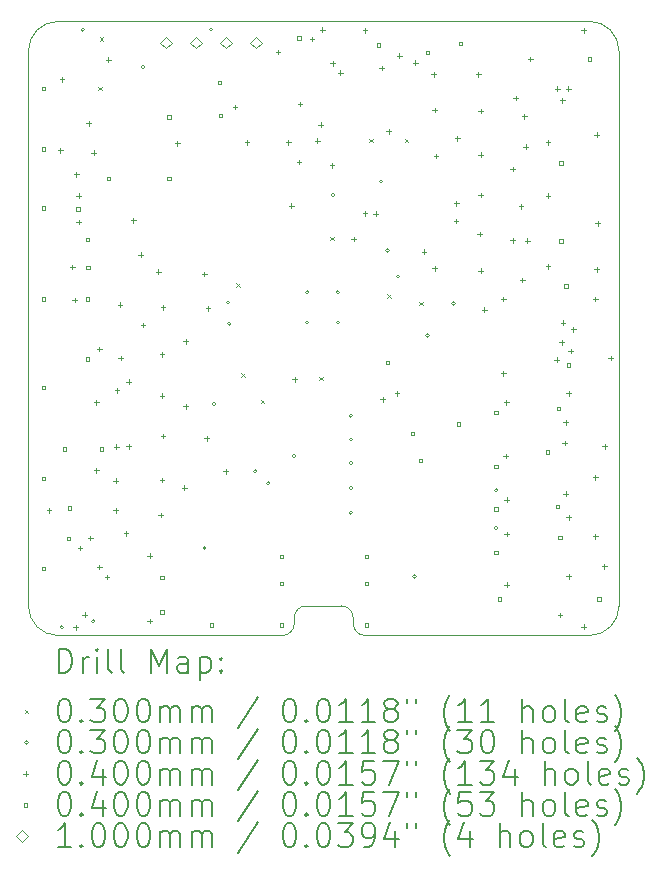
<source format=gbr>
%TF.GenerationSoftware,KiCad,Pcbnew,8.0.7-8.0.7-0~ubuntu22.04.1*%
%TF.CreationDate,2024-12-10T17:00:38-05:00*%
%TF.ProjectId,breakout-tt07-qfn,62726561-6b6f-4757-942d-747430372d71,1.1*%
%TF.SameCoordinates,PX2b64660PY42c1d80*%
%TF.FileFunction,Drillmap*%
%TF.FilePolarity,Positive*%
%FSLAX45Y45*%
G04 Gerber Fmt 4.5, Leading zero omitted, Abs format (unit mm)*
G04 Created by KiCad (PCBNEW 8.0.7-8.0.7-0~ubuntu22.04.1) date 2024-12-10 17:00:38*
%MOMM*%
%LPD*%
G01*
G04 APERTURE LIST*
%ADD10C,0.050000*%
%ADD11C,0.200000*%
%ADD12C,0.100000*%
G04 APERTURE END LIST*
D10*
X7300000Y-6900000D02*
X7300000Y-6850000D01*
X7200000Y-6750000D02*
G75*
G02*
X7300000Y-6850000I0J-100000D01*
G01*
X6800000Y-6850000D02*
X6800000Y-6900000D01*
X9300000Y-7000000D02*
X7400000Y-7000000D01*
X4800000Y-7000000D02*
G75*
G02*
X4550000Y-6750000I0J250000D01*
G01*
X4800000Y-1800000D02*
X9300000Y-1800000D01*
X9300000Y-1800000D02*
G75*
G02*
X9550000Y-2050000I0J-250000D01*
G01*
X9550000Y-2050000D02*
X9550000Y-6750000D01*
X7200000Y-6750000D02*
X6900000Y-6750000D01*
X9550000Y-6750000D02*
G75*
G02*
X9300000Y-7000000I-250000J0D01*
G01*
X4550000Y-2050000D02*
G75*
G02*
X4800000Y-1800000I250000J0D01*
G01*
X6800000Y-6900000D02*
G75*
G02*
X6700000Y-7000000I-100000J0D01*
G01*
X7400000Y-7000000D02*
G75*
G02*
X7300000Y-6900000I0J100000D01*
G01*
X6800000Y-6850000D02*
G75*
G02*
X6900000Y-6750000I100000J0D01*
G01*
X4550000Y-6750000D02*
X4550000Y-2050000D01*
X4800000Y-7000000D02*
X6700000Y-7000000D01*
D11*
D12*
X5140000Y-2355000D02*
X5170000Y-2385000D01*
X5170000Y-2355000D02*
X5140000Y-2385000D01*
X5155000Y-1935000D02*
X5185000Y-1965000D01*
X5185000Y-1935000D02*
X5155000Y-1965000D01*
X6310000Y-4015809D02*
X6340000Y-4045809D01*
X6340000Y-4015809D02*
X6310000Y-4045809D01*
X6352391Y-4778934D02*
X6382391Y-4808934D01*
X6382391Y-4778934D02*
X6352391Y-4808934D01*
X6515000Y-5005000D02*
X6545000Y-5035000D01*
X6545000Y-5005000D02*
X6515000Y-5035000D01*
X7010000Y-4810000D02*
X7040000Y-4840000D01*
X7040000Y-4810000D02*
X7010000Y-4840000D01*
X7105000Y-3625000D02*
X7135000Y-3655000D01*
X7135000Y-3625000D02*
X7105000Y-3655000D01*
X7435000Y-2795000D02*
X7465000Y-2825000D01*
X7465000Y-2795000D02*
X7435000Y-2825000D01*
X7589391Y-4112214D02*
X7619391Y-4142214D01*
X7619391Y-4112214D02*
X7589391Y-4142214D01*
X7735000Y-2795000D02*
X7765000Y-2825000D01*
X7765000Y-2795000D02*
X7735000Y-2825000D01*
X7860000Y-4175000D02*
X7890000Y-4205000D01*
X7890000Y-4175000D02*
X7860000Y-4205000D01*
X4845000Y-6930000D02*
G75*
G02*
X4815000Y-6930000I-15000J0D01*
G01*
X4815000Y-6930000D02*
G75*
G02*
X4845000Y-6930000I15000J0D01*
G01*
X5025000Y-1870000D02*
G75*
G02*
X4995000Y-1870000I-15000J0D01*
G01*
X4995000Y-1870000D02*
G75*
G02*
X5025000Y-1870000I15000J0D01*
G01*
X5115000Y-6880000D02*
G75*
G02*
X5085000Y-6880000I-15000J0D01*
G01*
X5085000Y-6880000D02*
G75*
G02*
X5115000Y-6880000I15000J0D01*
G01*
X5535000Y-2185000D02*
G75*
G02*
X5505000Y-2185000I-15000J0D01*
G01*
X5505000Y-2185000D02*
G75*
G02*
X5535000Y-2185000I15000J0D01*
G01*
X6055000Y-6260000D02*
G75*
G02*
X6025000Y-6260000I-15000J0D01*
G01*
X6025000Y-6260000D02*
G75*
G02*
X6055000Y-6260000I15000J0D01*
G01*
X6110000Y-1870000D02*
G75*
G02*
X6080000Y-1870000I-15000J0D01*
G01*
X6080000Y-1870000D02*
G75*
G02*
X6110000Y-1870000I15000J0D01*
G01*
X6135000Y-5040000D02*
G75*
G02*
X6105000Y-5040000I-15000J0D01*
G01*
X6105000Y-5040000D02*
G75*
G02*
X6135000Y-5040000I15000J0D01*
G01*
X6255000Y-4180000D02*
G75*
G02*
X6225000Y-4180000I-15000J0D01*
G01*
X6225000Y-4180000D02*
G75*
G02*
X6255000Y-4180000I15000J0D01*
G01*
X6265000Y-4360000D02*
G75*
G02*
X6235000Y-4360000I-15000J0D01*
G01*
X6235000Y-4360000D02*
G75*
G02*
X6265000Y-4360000I15000J0D01*
G01*
X6485000Y-5610000D02*
G75*
G02*
X6455000Y-5610000I-15000J0D01*
G01*
X6455000Y-5610000D02*
G75*
G02*
X6485000Y-5610000I15000J0D01*
G01*
X6595000Y-5710000D02*
G75*
G02*
X6565000Y-5710000I-15000J0D01*
G01*
X6565000Y-5710000D02*
G75*
G02*
X6595000Y-5710000I15000J0D01*
G01*
X6815000Y-5480000D02*
G75*
G02*
X6785000Y-5480000I-15000J0D01*
G01*
X6785000Y-5480000D02*
G75*
G02*
X6815000Y-5480000I15000J0D01*
G01*
X6925000Y-4095000D02*
G75*
G02*
X6895000Y-4095000I-15000J0D01*
G01*
X6895000Y-4095000D02*
G75*
G02*
X6925000Y-4095000I15000J0D01*
G01*
X6925000Y-4350000D02*
G75*
G02*
X6895000Y-4350000I-15000J0D01*
G01*
X6895000Y-4350000D02*
G75*
G02*
X6925000Y-4350000I15000J0D01*
G01*
X7145000Y-3270000D02*
G75*
G02*
X7115000Y-3270000I-15000J0D01*
G01*
X7115000Y-3270000D02*
G75*
G02*
X7145000Y-3270000I15000J0D01*
G01*
X7185000Y-4095000D02*
G75*
G02*
X7155000Y-4095000I-15000J0D01*
G01*
X7155000Y-4095000D02*
G75*
G02*
X7185000Y-4095000I15000J0D01*
G01*
X7185000Y-4350000D02*
G75*
G02*
X7155000Y-4350000I-15000J0D01*
G01*
X7155000Y-4350000D02*
G75*
G02*
X7185000Y-4350000I15000J0D01*
G01*
X7295000Y-5140000D02*
G75*
G02*
X7265000Y-5140000I-15000J0D01*
G01*
X7265000Y-5140000D02*
G75*
G02*
X7295000Y-5140000I15000J0D01*
G01*
X7295000Y-5340000D02*
G75*
G02*
X7265000Y-5340000I-15000J0D01*
G01*
X7265000Y-5340000D02*
G75*
G02*
X7295000Y-5340000I15000J0D01*
G01*
X7295000Y-5540000D02*
G75*
G02*
X7265000Y-5540000I-15000J0D01*
G01*
X7265000Y-5540000D02*
G75*
G02*
X7295000Y-5540000I15000J0D01*
G01*
X7295000Y-5750000D02*
G75*
G02*
X7265000Y-5750000I-15000J0D01*
G01*
X7265000Y-5750000D02*
G75*
G02*
X7295000Y-5750000I15000J0D01*
G01*
X7295000Y-5960000D02*
G75*
G02*
X7265000Y-5960000I-15000J0D01*
G01*
X7265000Y-5960000D02*
G75*
G02*
X7295000Y-5960000I15000J0D01*
G01*
X7550000Y-3155000D02*
G75*
G02*
X7520000Y-3155000I-15000J0D01*
G01*
X7520000Y-3155000D02*
G75*
G02*
X7550000Y-3155000I15000J0D01*
G01*
X7605000Y-3740000D02*
G75*
G02*
X7575000Y-3740000I-15000J0D01*
G01*
X7575000Y-3740000D02*
G75*
G02*
X7605000Y-3740000I15000J0D01*
G01*
X7695000Y-3960000D02*
G75*
G02*
X7665000Y-3960000I-15000J0D01*
G01*
X7665000Y-3960000D02*
G75*
G02*
X7695000Y-3960000I15000J0D01*
G01*
X7835000Y-6500000D02*
G75*
G02*
X7805000Y-6500000I-15000J0D01*
G01*
X7805000Y-6500000D02*
G75*
G02*
X7835000Y-6500000I15000J0D01*
G01*
X7945000Y-4460000D02*
G75*
G02*
X7915000Y-4460000I-15000J0D01*
G01*
X7915000Y-4460000D02*
G75*
G02*
X7945000Y-4460000I15000J0D01*
G01*
X8165000Y-4190000D02*
G75*
G02*
X8135000Y-4190000I-15000J0D01*
G01*
X8135000Y-4190000D02*
G75*
G02*
X8165000Y-4190000I15000J0D01*
G01*
X8525000Y-5770000D02*
G75*
G02*
X8495000Y-5770000I-15000J0D01*
G01*
X8495000Y-5770000D02*
G75*
G02*
X8525000Y-5770000I15000J0D01*
G01*
X8525000Y-6090000D02*
G75*
G02*
X8495000Y-6090000I-15000J0D01*
G01*
X8495000Y-6090000D02*
G75*
G02*
X8525000Y-6090000I15000J0D01*
G01*
X4725000Y-5921000D02*
X4725000Y-5961000D01*
X4705000Y-5941000D02*
X4745000Y-5941000D01*
X4820000Y-2873000D02*
X4820000Y-2913000D01*
X4800000Y-2893000D02*
X4840000Y-2893000D01*
X4835000Y-2270000D02*
X4835000Y-2310000D01*
X4815000Y-2290000D02*
X4855000Y-2290000D01*
X4920000Y-3860000D02*
X4920000Y-3900000D01*
X4900000Y-3880000D02*
X4940000Y-3880000D01*
X4940000Y-4140000D02*
X4940000Y-4180000D01*
X4920000Y-4160000D02*
X4960000Y-4160000D01*
X4950000Y-6910000D02*
X4950000Y-6950000D01*
X4930000Y-6930000D02*
X4970000Y-6930000D01*
X4955931Y-3074069D02*
X4955931Y-3114069D01*
X4935931Y-3094069D02*
X4975931Y-3094069D01*
X4975000Y-3255000D02*
X4975000Y-3295000D01*
X4955000Y-3275000D02*
X4995000Y-3275000D01*
X4975000Y-3480000D02*
X4975000Y-3520000D01*
X4955000Y-3500000D02*
X4995000Y-3500000D01*
X4987635Y-6238244D02*
X4987635Y-6278244D01*
X4967635Y-6258244D02*
X5007635Y-6258244D01*
X5025000Y-6805000D02*
X5025000Y-6845000D01*
X5005000Y-6825000D02*
X5045000Y-6825000D01*
X5060000Y-2645000D02*
X5060000Y-2685000D01*
X5040000Y-2665000D02*
X5080000Y-2665000D01*
X5075000Y-6155000D02*
X5075000Y-6195000D01*
X5055000Y-6175000D02*
X5095000Y-6175000D01*
X5102689Y-2892710D02*
X5102689Y-2932710D01*
X5082689Y-2912710D02*
X5122689Y-2912710D01*
X5125000Y-5005000D02*
X5125000Y-5045000D01*
X5105000Y-5025000D02*
X5145000Y-5025000D01*
X5125000Y-5580000D02*
X5125000Y-5620000D01*
X5105000Y-5600000D02*
X5145000Y-5600000D01*
X5150000Y-4555000D02*
X5150000Y-4595000D01*
X5130000Y-4575000D02*
X5170000Y-4575000D01*
X5150000Y-6400000D02*
X5150000Y-6440000D01*
X5130000Y-6420000D02*
X5170000Y-6420000D01*
X5215000Y-6485000D02*
X5215000Y-6525000D01*
X5195000Y-6505000D02*
X5235000Y-6505000D01*
X5225000Y-2105000D02*
X5225000Y-2145000D01*
X5205000Y-2125000D02*
X5245000Y-2125000D01*
X5290000Y-5670000D02*
X5290000Y-5710000D01*
X5270000Y-5690000D02*
X5310000Y-5690000D01*
X5290000Y-5921000D02*
X5290000Y-5961000D01*
X5270000Y-5941000D02*
X5310000Y-5941000D01*
X5295009Y-5380400D02*
X5295009Y-5420400D01*
X5275009Y-5400400D02*
X5315009Y-5400400D01*
X5300000Y-4905000D02*
X5300000Y-4945000D01*
X5280000Y-4925000D02*
X5320000Y-4925000D01*
X5325000Y-4180000D02*
X5325000Y-4220000D01*
X5305000Y-4200000D02*
X5345000Y-4200000D01*
X5330000Y-4630000D02*
X5330000Y-4670000D01*
X5310000Y-4650000D02*
X5350000Y-4650000D01*
X5375000Y-6115000D02*
X5375000Y-6155000D01*
X5355000Y-6135000D02*
X5395000Y-6135000D01*
X5400000Y-4830000D02*
X5400000Y-4870000D01*
X5380000Y-4850000D02*
X5420000Y-4850000D01*
X5400000Y-5379000D02*
X5400000Y-5419000D01*
X5380000Y-5399000D02*
X5420000Y-5399000D01*
X5439449Y-3465000D02*
X5439449Y-3505000D01*
X5419449Y-3485000D02*
X5459449Y-3485000D01*
X5500000Y-3755000D02*
X5500000Y-3795000D01*
X5480000Y-3775000D02*
X5520000Y-3775000D01*
X5520000Y-4350000D02*
X5520000Y-4390000D01*
X5500000Y-4370000D02*
X5540000Y-4370000D01*
X5575000Y-6305000D02*
X5575000Y-6345000D01*
X5555000Y-6325000D02*
X5595000Y-6325000D01*
X5578033Y-6858033D02*
X5578033Y-6898033D01*
X5558033Y-6878033D02*
X5598033Y-6878033D01*
X5650000Y-3900000D02*
X5650000Y-3940000D01*
X5630000Y-3920000D02*
X5670000Y-3920000D01*
X5670000Y-5960000D02*
X5670000Y-6000000D01*
X5650000Y-5980000D02*
X5690000Y-5980000D01*
X5680000Y-4600000D02*
X5680000Y-4640000D01*
X5660000Y-4620000D02*
X5700000Y-4620000D01*
X5680000Y-4950000D02*
X5680000Y-4990000D01*
X5660000Y-4970000D02*
X5700000Y-4970000D01*
X5680000Y-5662500D02*
X5680000Y-5702500D01*
X5660000Y-5682500D02*
X5700000Y-5682500D01*
X5690000Y-4200000D02*
X5690000Y-4240000D01*
X5670000Y-4220000D02*
X5710000Y-4220000D01*
X5690000Y-5290000D02*
X5690000Y-5330000D01*
X5670000Y-5310000D02*
X5710000Y-5310000D01*
X5809000Y-2814000D02*
X5809000Y-2854000D01*
X5789000Y-2834000D02*
X5829000Y-2834000D01*
X5870000Y-5730000D02*
X5870000Y-5770000D01*
X5850000Y-5750000D02*
X5890000Y-5750000D01*
X5880000Y-4490000D02*
X5880000Y-4530000D01*
X5860000Y-4510000D02*
X5900000Y-4510000D01*
X5880000Y-5040000D02*
X5880000Y-5080000D01*
X5860000Y-5060000D02*
X5900000Y-5060000D01*
X6040000Y-3920000D02*
X6040000Y-3960000D01*
X6020000Y-3940000D02*
X6060000Y-3940000D01*
X6060000Y-5310000D02*
X6060000Y-5350000D01*
X6040000Y-5330000D02*
X6080000Y-5330000D01*
X6070000Y-4210000D02*
X6070000Y-4250000D01*
X6050000Y-4230000D02*
X6090000Y-4230000D01*
X6220000Y-5590000D02*
X6220000Y-5630000D01*
X6200000Y-5610000D02*
X6240000Y-5610000D01*
X6300000Y-2505000D02*
X6300000Y-2545000D01*
X6280000Y-2525000D02*
X6320000Y-2525000D01*
X6400000Y-2805000D02*
X6400000Y-2845000D01*
X6380000Y-2825000D02*
X6420000Y-2825000D01*
X6663149Y-2040000D02*
X6663149Y-2080000D01*
X6643149Y-2060000D02*
X6683149Y-2060000D01*
X6750000Y-2805000D02*
X6750000Y-2845000D01*
X6730000Y-2825000D02*
X6770000Y-2825000D01*
X6775000Y-3340000D02*
X6775000Y-3380000D01*
X6755000Y-3360000D02*
X6795000Y-3360000D01*
X6804331Y-4810476D02*
X6804331Y-4850476D01*
X6784331Y-4830476D02*
X6824331Y-4830476D01*
X6840000Y-2971416D02*
X6840000Y-3011416D01*
X6820000Y-2991416D02*
X6860000Y-2991416D01*
X6850000Y-2480000D02*
X6850000Y-2520000D01*
X6830000Y-2500000D02*
X6870000Y-2500000D01*
X6949999Y-1930000D02*
X6949999Y-1970000D01*
X6929999Y-1950000D02*
X6969999Y-1950000D01*
X6997028Y-2789038D02*
X6997028Y-2829038D01*
X6977028Y-2809038D02*
X7017028Y-2809038D01*
X7025000Y-2655000D02*
X7025000Y-2695000D01*
X7005000Y-2675000D02*
X7045000Y-2675000D01*
X7037071Y-1850000D02*
X7037071Y-1890000D01*
X7017071Y-1870000D02*
X7057071Y-1870000D01*
X7120000Y-3000000D02*
X7120000Y-3040000D01*
X7100000Y-3020000D02*
X7140000Y-3020000D01*
X7125000Y-2135000D02*
X7125000Y-2175000D01*
X7105000Y-2155000D02*
X7145000Y-2155000D01*
X7190108Y-2214892D02*
X7190108Y-2254892D01*
X7170108Y-2234892D02*
X7210108Y-2234892D01*
X7302500Y-3622500D02*
X7302500Y-3662500D01*
X7282500Y-3642500D02*
X7322500Y-3642500D01*
X7400000Y-1855000D02*
X7400000Y-1895000D01*
X7380000Y-1875000D02*
X7420000Y-1875000D01*
X7400000Y-3405000D02*
X7400000Y-3445000D01*
X7380000Y-3425000D02*
X7420000Y-3425000D01*
X7490000Y-3410001D02*
X7490000Y-3450001D01*
X7470000Y-3430001D02*
X7510000Y-3430001D01*
X7540000Y-2175000D02*
X7540000Y-2215000D01*
X7520000Y-2195000D02*
X7560000Y-2195000D01*
X7550000Y-4980000D02*
X7550000Y-5020000D01*
X7530000Y-5000000D02*
X7570000Y-5000000D01*
X7600000Y-2712300D02*
X7600000Y-2752300D01*
X7580000Y-2732300D02*
X7620000Y-2732300D01*
X7670000Y-4930000D02*
X7670000Y-4970000D01*
X7650000Y-4950000D02*
X7690000Y-4950000D01*
X7690000Y-2070000D02*
X7690000Y-2110000D01*
X7670000Y-2090000D02*
X7710000Y-2090000D01*
X7825000Y-2130000D02*
X7825000Y-2170000D01*
X7805000Y-2150000D02*
X7845000Y-2150000D01*
X7900000Y-3730000D02*
X7900000Y-3770000D01*
X7880000Y-3750000D02*
X7920000Y-3750000D01*
X7980000Y-2230000D02*
X7980000Y-2270000D01*
X7960000Y-2250000D02*
X8000000Y-2250000D01*
X7990000Y-2530000D02*
X7990000Y-2570000D01*
X7970000Y-2550000D02*
X8010000Y-2550000D01*
X7990000Y-3870000D02*
X7990000Y-3910000D01*
X7970000Y-3890000D02*
X8010000Y-3890000D01*
X8000000Y-2920000D02*
X8000000Y-2960000D01*
X7980000Y-2940000D02*
X8020000Y-2940000D01*
X8170000Y-3470000D02*
X8170000Y-3510000D01*
X8150000Y-3490000D02*
X8190000Y-3490000D01*
X8171275Y-3320000D02*
X8171275Y-3360000D01*
X8151275Y-3340000D02*
X8191275Y-3340000D01*
X8180000Y-2770000D02*
X8180000Y-2810000D01*
X8160000Y-2790000D02*
X8200000Y-2790000D01*
X8360000Y-2230000D02*
X8360000Y-2270000D01*
X8340000Y-2250000D02*
X8380000Y-2250000D01*
X8370000Y-3580000D02*
X8370000Y-3620000D01*
X8350000Y-3600000D02*
X8390000Y-3600000D01*
X8380000Y-2540000D02*
X8380000Y-2580000D01*
X8360000Y-2560000D02*
X8400000Y-2560000D01*
X8380000Y-2910000D02*
X8380000Y-2950000D01*
X8360000Y-2930000D02*
X8400000Y-2930000D01*
X8380000Y-3250000D02*
X8380000Y-3290000D01*
X8360000Y-3270000D02*
X8400000Y-3270000D01*
X8380000Y-3890000D02*
X8380000Y-3930000D01*
X8360000Y-3910000D02*
X8400000Y-3910000D01*
X8410000Y-4220000D02*
X8410000Y-4260000D01*
X8390000Y-4240000D02*
X8430000Y-4240000D01*
X8570000Y-4130000D02*
X8570000Y-4170000D01*
X8550000Y-4150000D02*
X8590000Y-4150000D01*
X8570000Y-4760000D02*
X8570000Y-4800000D01*
X8550000Y-4780000D02*
X8590000Y-4780000D01*
X8589453Y-5459877D02*
X8589453Y-5499877D01*
X8569453Y-5479877D02*
X8609453Y-5479877D01*
X8596967Y-5005000D02*
X8596967Y-5045000D01*
X8576967Y-5025000D02*
X8616967Y-5025000D01*
X8600000Y-5830000D02*
X8600000Y-5870000D01*
X8580000Y-5850000D02*
X8620000Y-5850000D01*
X8600000Y-6120000D02*
X8600000Y-6160000D01*
X8580000Y-6140000D02*
X8620000Y-6140000D01*
X8600000Y-6548848D02*
X8600000Y-6588848D01*
X8580000Y-6568848D02*
X8620000Y-6568848D01*
X8650000Y-3030000D02*
X8650000Y-3070000D01*
X8630000Y-3050000D02*
X8670000Y-3050000D01*
X8650000Y-3635000D02*
X8650000Y-3675000D01*
X8630000Y-3655000D02*
X8670000Y-3655000D01*
X8675000Y-2430000D02*
X8675000Y-2470000D01*
X8655000Y-2450000D02*
X8695000Y-2450000D01*
X8720000Y-3347000D02*
X8720000Y-3387000D01*
X8700000Y-3367000D02*
X8740000Y-3367000D01*
X8730000Y-3970000D02*
X8730000Y-4010000D01*
X8710000Y-3990000D02*
X8750000Y-3990000D01*
X8748442Y-2585000D02*
X8748442Y-2625000D01*
X8728442Y-2605000D02*
X8768442Y-2605000D01*
X8760000Y-2840000D02*
X8760000Y-2880000D01*
X8740000Y-2860000D02*
X8780000Y-2860000D01*
X8775000Y-3637000D02*
X8775000Y-3677000D01*
X8755000Y-3657000D02*
X8795000Y-3657000D01*
X8800000Y-2100000D02*
X8800000Y-2140000D01*
X8780000Y-2120000D02*
X8820000Y-2120000D01*
X8950000Y-2805000D02*
X8950000Y-2845000D01*
X8930000Y-2825000D02*
X8970000Y-2825000D01*
X8950000Y-3255000D02*
X8950000Y-3295000D01*
X8930000Y-3275000D02*
X8970000Y-3275000D01*
X8950000Y-3855000D02*
X8950000Y-3895000D01*
X8930000Y-3875000D02*
X8970000Y-3875000D01*
X9022472Y-4645691D02*
X9022472Y-4685691D01*
X9002472Y-4665691D02*
X9042472Y-4665691D01*
X9028306Y-2351611D02*
X9028306Y-2391611D01*
X9008306Y-2371611D02*
X9048306Y-2371611D01*
X9050000Y-6806000D02*
X9050000Y-6846000D01*
X9030000Y-6826000D02*
X9070000Y-6826000D01*
X9065466Y-4496646D02*
X9065466Y-4536646D01*
X9045466Y-4516646D02*
X9085466Y-4516646D01*
X9070000Y-2450000D02*
X9070000Y-2490000D01*
X9050000Y-2470000D02*
X9090000Y-2470000D01*
X9075000Y-4330000D02*
X9075000Y-4370000D01*
X9055000Y-4350000D02*
X9095000Y-4350000D01*
X9090000Y-5350000D02*
X9090000Y-5390000D01*
X9070000Y-5370000D02*
X9110000Y-5370000D01*
X9100000Y-5175000D02*
X9100000Y-5215000D01*
X9080000Y-5195000D02*
X9120000Y-5195000D01*
X9100000Y-5780000D02*
X9100000Y-5820000D01*
X9080000Y-5800000D02*
X9120000Y-5800000D01*
X9120000Y-2351611D02*
X9120000Y-2391611D01*
X9100000Y-2371611D02*
X9140000Y-2371611D01*
X9125000Y-4930000D02*
X9125000Y-4970000D01*
X9105000Y-4950000D02*
X9145000Y-4950000D01*
X9125000Y-5980000D02*
X9125000Y-6020000D01*
X9105000Y-6000000D02*
X9145000Y-6000000D01*
X9125000Y-6480000D02*
X9125000Y-6520000D01*
X9105000Y-6500000D02*
X9145000Y-6500000D01*
X9140452Y-4570145D02*
X9140452Y-4610145D01*
X9120452Y-4590145D02*
X9160452Y-4590145D01*
X9162366Y-4388244D02*
X9162366Y-4428244D01*
X9142366Y-4408244D02*
X9182366Y-4408244D01*
X9250000Y-1855000D02*
X9250000Y-1895000D01*
X9230000Y-1875000D02*
X9270000Y-1875000D01*
X9250000Y-6905000D02*
X9250000Y-6945000D01*
X9230000Y-6925000D02*
X9270000Y-6925000D01*
X9350000Y-4130000D02*
X9350000Y-4170000D01*
X9330000Y-4150000D02*
X9370000Y-4150000D01*
X9350000Y-5640000D02*
X9350000Y-5680000D01*
X9330000Y-5660000D02*
X9370000Y-5660000D01*
X9350000Y-6141000D02*
X9350000Y-6181000D01*
X9330000Y-6161000D02*
X9370000Y-6161000D01*
X9360000Y-2740000D02*
X9360000Y-2780000D01*
X9340000Y-2760000D02*
X9380000Y-2760000D01*
X9360000Y-3880000D02*
X9360000Y-3920000D01*
X9340000Y-3900000D02*
X9380000Y-3900000D01*
X9370000Y-3490000D02*
X9370000Y-3530000D01*
X9350000Y-3510000D02*
X9390000Y-3510000D01*
X9425000Y-6395000D02*
X9425000Y-6435000D01*
X9405000Y-6415000D02*
X9445000Y-6415000D01*
X9430000Y-5379000D02*
X9430000Y-5419000D01*
X9410000Y-5399000D02*
X9450000Y-5399000D01*
X9480000Y-4630000D02*
X9480000Y-4670000D01*
X9460000Y-4650000D02*
X9500000Y-4650000D01*
X4694142Y-2384142D02*
X4694142Y-2355858D01*
X4665858Y-2355858D01*
X4665858Y-2384142D01*
X4694142Y-2384142D01*
X4694142Y-2894142D02*
X4694142Y-2865858D01*
X4665858Y-2865858D01*
X4665858Y-2894142D01*
X4694142Y-2894142D01*
X4694142Y-3394142D02*
X4694142Y-3365858D01*
X4665858Y-3365858D01*
X4665858Y-3394142D01*
X4694142Y-3394142D01*
X4694142Y-4164142D02*
X4694142Y-4135858D01*
X4665858Y-4135858D01*
X4665858Y-4164142D01*
X4694142Y-4164142D01*
X4694142Y-4914142D02*
X4694142Y-4885858D01*
X4665858Y-4885858D01*
X4665858Y-4914142D01*
X4694142Y-4914142D01*
X4694142Y-5684142D02*
X4694142Y-5655858D01*
X4665858Y-5655858D01*
X4665858Y-5684142D01*
X4694142Y-5684142D01*
X4694142Y-6444142D02*
X4694142Y-6415858D01*
X4665858Y-6415858D01*
X4665858Y-6444142D01*
X4694142Y-6444142D01*
X4869142Y-5434142D02*
X4869142Y-5405858D01*
X4840858Y-5405858D01*
X4840858Y-5434142D01*
X4869142Y-5434142D01*
X4904142Y-6194142D02*
X4904142Y-6165858D01*
X4875858Y-6165858D01*
X4875858Y-6194142D01*
X4904142Y-6194142D01*
X4914142Y-5934142D02*
X4914142Y-5905858D01*
X4885858Y-5905858D01*
X4885858Y-5934142D01*
X4914142Y-5934142D01*
X4984142Y-3404142D02*
X4984142Y-3375858D01*
X4955858Y-3375858D01*
X4955858Y-3404142D01*
X4984142Y-3404142D01*
X5064142Y-3664142D02*
X5064142Y-3635858D01*
X5035858Y-3635858D01*
X5035858Y-3664142D01*
X5064142Y-3664142D01*
X5064142Y-4164142D02*
X5064142Y-4135858D01*
X5035858Y-4135858D01*
X5035858Y-4164142D01*
X5064142Y-4164142D01*
X5064142Y-4674142D02*
X5064142Y-4645858D01*
X5035858Y-4645858D01*
X5035858Y-4674142D01*
X5064142Y-4674142D01*
X5069142Y-3899142D02*
X5069142Y-3870858D01*
X5040858Y-3870858D01*
X5040858Y-3899142D01*
X5069142Y-3899142D01*
X5184142Y-5434142D02*
X5184142Y-5405858D01*
X5155858Y-5405858D01*
X5155858Y-5434142D01*
X5184142Y-5434142D01*
X5244142Y-3144142D02*
X5244142Y-3115858D01*
X5215858Y-3115858D01*
X5215858Y-3144142D01*
X5244142Y-3144142D01*
X5694142Y-6524142D02*
X5694142Y-6495858D01*
X5665858Y-6495858D01*
X5665858Y-6524142D01*
X5694142Y-6524142D01*
X5694142Y-6814142D02*
X5694142Y-6785858D01*
X5665858Y-6785858D01*
X5665858Y-6814142D01*
X5694142Y-6814142D01*
X5754142Y-2624142D02*
X5754142Y-2595858D01*
X5725858Y-2595858D01*
X5725858Y-2624142D01*
X5754142Y-2624142D01*
X5754142Y-3144142D02*
X5754142Y-3115858D01*
X5725858Y-3115858D01*
X5725858Y-3144142D01*
X5754142Y-3144142D01*
X6114142Y-6924142D02*
X6114142Y-6895858D01*
X6085858Y-6895858D01*
X6085858Y-6924142D01*
X6114142Y-6924142D01*
X6179142Y-2334142D02*
X6179142Y-2305858D01*
X6150858Y-2305858D01*
X6150858Y-2334142D01*
X6179142Y-2334142D01*
X6189142Y-2614142D02*
X6189142Y-2585858D01*
X6160858Y-2585858D01*
X6160858Y-2614142D01*
X6189142Y-2614142D01*
X6704142Y-6344142D02*
X6704142Y-6315858D01*
X6675858Y-6315858D01*
X6675858Y-6344142D01*
X6704142Y-6344142D01*
X6704142Y-6574142D02*
X6704142Y-6545858D01*
X6675858Y-6545858D01*
X6675858Y-6574142D01*
X6704142Y-6574142D01*
X6704142Y-6924142D02*
X6704142Y-6895858D01*
X6675858Y-6895858D01*
X6675858Y-6924142D01*
X6704142Y-6924142D01*
X6854142Y-1954142D02*
X6854142Y-1925858D01*
X6825858Y-1925858D01*
X6825858Y-1954142D01*
X6854142Y-1954142D01*
X7424142Y-6344142D02*
X7424142Y-6315858D01*
X7395858Y-6315858D01*
X7395858Y-6344142D01*
X7424142Y-6344142D01*
X7424142Y-6574142D02*
X7424142Y-6545858D01*
X7395858Y-6545858D01*
X7395858Y-6574142D01*
X7424142Y-6574142D01*
X7424142Y-6924142D02*
X7424142Y-6895858D01*
X7395858Y-6895858D01*
X7395858Y-6924142D01*
X7424142Y-6924142D01*
X7529142Y-2014142D02*
X7529142Y-1985858D01*
X7500858Y-1985858D01*
X7500858Y-2014142D01*
X7529142Y-2014142D01*
X7604142Y-4704142D02*
X7604142Y-4675858D01*
X7575858Y-4675858D01*
X7575858Y-4704142D01*
X7604142Y-4704142D01*
X7814142Y-5304142D02*
X7814142Y-5275858D01*
X7785858Y-5275858D01*
X7785858Y-5304142D01*
X7814142Y-5304142D01*
X7884142Y-5534142D02*
X7884142Y-5505858D01*
X7855858Y-5505858D01*
X7855858Y-5534142D01*
X7884142Y-5534142D01*
X7944142Y-2079142D02*
X7944142Y-2050858D01*
X7915858Y-2050858D01*
X7915858Y-2079142D01*
X7944142Y-2079142D01*
X8204142Y-5224142D02*
X8204142Y-5195858D01*
X8175858Y-5195858D01*
X8175858Y-5224142D01*
X8204142Y-5224142D01*
X8224142Y-2004142D02*
X8224142Y-1975858D01*
X8195858Y-1975858D01*
X8195858Y-2004142D01*
X8224142Y-2004142D01*
X8524142Y-5124142D02*
X8524142Y-5095858D01*
X8495858Y-5095858D01*
X8495858Y-5124142D01*
X8524142Y-5124142D01*
X8524142Y-5584142D02*
X8524142Y-5555858D01*
X8495858Y-5555858D01*
X8495858Y-5584142D01*
X8524142Y-5584142D01*
X8524142Y-5944142D02*
X8524142Y-5915858D01*
X8495858Y-5915858D01*
X8495858Y-5944142D01*
X8524142Y-5944142D01*
X8524142Y-6314142D02*
X8524142Y-6285858D01*
X8495858Y-6285858D01*
X8495858Y-6314142D01*
X8524142Y-6314142D01*
X8554142Y-6704142D02*
X8554142Y-6675858D01*
X8525858Y-6675858D01*
X8525858Y-6704142D01*
X8554142Y-6704142D01*
X8959142Y-5459142D02*
X8959142Y-5430858D01*
X8930858Y-5430858D01*
X8930858Y-5459142D01*
X8959142Y-5459142D01*
X9044142Y-5924142D02*
X9044142Y-5895858D01*
X9015858Y-5895858D01*
X9015858Y-5924142D01*
X9044142Y-5924142D01*
X9054142Y-5094142D02*
X9054142Y-5065858D01*
X9025858Y-5065858D01*
X9025858Y-5094142D01*
X9054142Y-5094142D01*
X9064142Y-6184142D02*
X9064142Y-6155858D01*
X9035858Y-6155858D01*
X9035858Y-6184142D01*
X9064142Y-6184142D01*
X9074142Y-3014142D02*
X9074142Y-2985858D01*
X9045858Y-2985858D01*
X9045858Y-3014142D01*
X9074142Y-3014142D01*
X9074142Y-3674142D02*
X9074142Y-3645858D01*
X9045858Y-3645858D01*
X9045858Y-3674142D01*
X9074142Y-3674142D01*
X9114142Y-4054142D02*
X9114142Y-4025858D01*
X9085858Y-4025858D01*
X9085858Y-4054142D01*
X9114142Y-4054142D01*
X9134142Y-4724142D02*
X9134142Y-4695858D01*
X9105858Y-4695858D01*
X9105858Y-4724142D01*
X9134142Y-4724142D01*
X9314142Y-2134142D02*
X9314142Y-2105858D01*
X9285858Y-2105858D01*
X9285858Y-2134142D01*
X9314142Y-2134142D01*
X9394142Y-6704142D02*
X9394142Y-6675858D01*
X9365858Y-6675858D01*
X9365858Y-6704142D01*
X9394142Y-6704142D01*
X5713000Y-2030000D02*
X5763000Y-1980000D01*
X5713000Y-1930000D01*
X5663000Y-1980000D01*
X5713000Y-2030000D01*
X5967000Y-2030000D02*
X6017000Y-1980000D01*
X5967000Y-1930000D01*
X5917000Y-1980000D01*
X5967000Y-2030000D01*
X6221000Y-2030000D02*
X6271000Y-1980000D01*
X6221000Y-1930000D01*
X6171000Y-1980000D01*
X6221000Y-2030000D01*
X6475000Y-2030000D02*
X6525000Y-1980000D01*
X6475000Y-1930000D01*
X6425000Y-1980000D01*
X6475000Y-2030000D01*
D11*
X4808277Y-7313984D02*
X4808277Y-7113984D01*
X4808277Y-7113984D02*
X4855896Y-7113984D01*
X4855896Y-7113984D02*
X4884467Y-7123508D01*
X4884467Y-7123508D02*
X4903515Y-7142555D01*
X4903515Y-7142555D02*
X4913039Y-7161603D01*
X4913039Y-7161603D02*
X4922563Y-7199698D01*
X4922563Y-7199698D02*
X4922563Y-7228269D01*
X4922563Y-7228269D02*
X4913039Y-7266365D01*
X4913039Y-7266365D02*
X4903515Y-7285412D01*
X4903515Y-7285412D02*
X4884467Y-7304460D01*
X4884467Y-7304460D02*
X4855896Y-7313984D01*
X4855896Y-7313984D02*
X4808277Y-7313984D01*
X5008277Y-7313984D02*
X5008277Y-7180650D01*
X5008277Y-7218746D02*
X5017801Y-7199698D01*
X5017801Y-7199698D02*
X5027324Y-7190174D01*
X5027324Y-7190174D02*
X5046372Y-7180650D01*
X5046372Y-7180650D02*
X5065420Y-7180650D01*
X5132086Y-7313984D02*
X5132086Y-7180650D01*
X5132086Y-7113984D02*
X5122563Y-7123508D01*
X5122563Y-7123508D02*
X5132086Y-7133031D01*
X5132086Y-7133031D02*
X5141610Y-7123508D01*
X5141610Y-7123508D02*
X5132086Y-7113984D01*
X5132086Y-7113984D02*
X5132086Y-7133031D01*
X5255896Y-7313984D02*
X5236848Y-7304460D01*
X5236848Y-7304460D02*
X5227324Y-7285412D01*
X5227324Y-7285412D02*
X5227324Y-7113984D01*
X5360658Y-7313984D02*
X5341610Y-7304460D01*
X5341610Y-7304460D02*
X5332086Y-7285412D01*
X5332086Y-7285412D02*
X5332086Y-7113984D01*
X5589229Y-7313984D02*
X5589229Y-7113984D01*
X5589229Y-7113984D02*
X5655896Y-7256841D01*
X5655896Y-7256841D02*
X5722562Y-7113984D01*
X5722562Y-7113984D02*
X5722562Y-7313984D01*
X5903515Y-7313984D02*
X5903515Y-7209222D01*
X5903515Y-7209222D02*
X5893991Y-7190174D01*
X5893991Y-7190174D02*
X5874943Y-7180650D01*
X5874943Y-7180650D02*
X5836848Y-7180650D01*
X5836848Y-7180650D02*
X5817801Y-7190174D01*
X5903515Y-7304460D02*
X5884467Y-7313984D01*
X5884467Y-7313984D02*
X5836848Y-7313984D01*
X5836848Y-7313984D02*
X5817801Y-7304460D01*
X5817801Y-7304460D02*
X5808277Y-7285412D01*
X5808277Y-7285412D02*
X5808277Y-7266365D01*
X5808277Y-7266365D02*
X5817801Y-7247317D01*
X5817801Y-7247317D02*
X5836848Y-7237793D01*
X5836848Y-7237793D02*
X5884467Y-7237793D01*
X5884467Y-7237793D02*
X5903515Y-7228269D01*
X5998753Y-7180650D02*
X5998753Y-7380650D01*
X5998753Y-7190174D02*
X6017801Y-7180650D01*
X6017801Y-7180650D02*
X6055896Y-7180650D01*
X6055896Y-7180650D02*
X6074943Y-7190174D01*
X6074943Y-7190174D02*
X6084467Y-7199698D01*
X6084467Y-7199698D02*
X6093991Y-7218746D01*
X6093991Y-7218746D02*
X6093991Y-7275888D01*
X6093991Y-7275888D02*
X6084467Y-7294936D01*
X6084467Y-7294936D02*
X6074943Y-7304460D01*
X6074943Y-7304460D02*
X6055896Y-7313984D01*
X6055896Y-7313984D02*
X6017801Y-7313984D01*
X6017801Y-7313984D02*
X5998753Y-7304460D01*
X6179705Y-7294936D02*
X6189229Y-7304460D01*
X6189229Y-7304460D02*
X6179705Y-7313984D01*
X6179705Y-7313984D02*
X6170182Y-7304460D01*
X6170182Y-7304460D02*
X6179705Y-7294936D01*
X6179705Y-7294936D02*
X6179705Y-7313984D01*
X6179705Y-7190174D02*
X6189229Y-7199698D01*
X6189229Y-7199698D02*
X6179705Y-7209222D01*
X6179705Y-7209222D02*
X6170182Y-7199698D01*
X6170182Y-7199698D02*
X6179705Y-7190174D01*
X6179705Y-7190174D02*
X6179705Y-7209222D01*
D12*
X4517500Y-7627500D02*
X4547500Y-7657500D01*
X4547500Y-7627500D02*
X4517500Y-7657500D01*
D11*
X4846372Y-7533984D02*
X4865420Y-7533984D01*
X4865420Y-7533984D02*
X4884467Y-7543508D01*
X4884467Y-7543508D02*
X4893991Y-7553031D01*
X4893991Y-7553031D02*
X4903515Y-7572079D01*
X4903515Y-7572079D02*
X4913039Y-7610174D01*
X4913039Y-7610174D02*
X4913039Y-7657793D01*
X4913039Y-7657793D02*
X4903515Y-7695888D01*
X4903515Y-7695888D02*
X4893991Y-7714936D01*
X4893991Y-7714936D02*
X4884467Y-7724460D01*
X4884467Y-7724460D02*
X4865420Y-7733984D01*
X4865420Y-7733984D02*
X4846372Y-7733984D01*
X4846372Y-7733984D02*
X4827324Y-7724460D01*
X4827324Y-7724460D02*
X4817801Y-7714936D01*
X4817801Y-7714936D02*
X4808277Y-7695888D01*
X4808277Y-7695888D02*
X4798753Y-7657793D01*
X4798753Y-7657793D02*
X4798753Y-7610174D01*
X4798753Y-7610174D02*
X4808277Y-7572079D01*
X4808277Y-7572079D02*
X4817801Y-7553031D01*
X4817801Y-7553031D02*
X4827324Y-7543508D01*
X4827324Y-7543508D02*
X4846372Y-7533984D01*
X4998753Y-7714936D02*
X5008277Y-7724460D01*
X5008277Y-7724460D02*
X4998753Y-7733984D01*
X4998753Y-7733984D02*
X4989229Y-7724460D01*
X4989229Y-7724460D02*
X4998753Y-7714936D01*
X4998753Y-7714936D02*
X4998753Y-7733984D01*
X5074944Y-7533984D02*
X5198753Y-7533984D01*
X5198753Y-7533984D02*
X5132086Y-7610174D01*
X5132086Y-7610174D02*
X5160658Y-7610174D01*
X5160658Y-7610174D02*
X5179705Y-7619698D01*
X5179705Y-7619698D02*
X5189229Y-7629222D01*
X5189229Y-7629222D02*
X5198753Y-7648269D01*
X5198753Y-7648269D02*
X5198753Y-7695888D01*
X5198753Y-7695888D02*
X5189229Y-7714936D01*
X5189229Y-7714936D02*
X5179705Y-7724460D01*
X5179705Y-7724460D02*
X5160658Y-7733984D01*
X5160658Y-7733984D02*
X5103515Y-7733984D01*
X5103515Y-7733984D02*
X5084467Y-7724460D01*
X5084467Y-7724460D02*
X5074944Y-7714936D01*
X5322563Y-7533984D02*
X5341610Y-7533984D01*
X5341610Y-7533984D02*
X5360658Y-7543508D01*
X5360658Y-7543508D02*
X5370182Y-7553031D01*
X5370182Y-7553031D02*
X5379705Y-7572079D01*
X5379705Y-7572079D02*
X5389229Y-7610174D01*
X5389229Y-7610174D02*
X5389229Y-7657793D01*
X5389229Y-7657793D02*
X5379705Y-7695888D01*
X5379705Y-7695888D02*
X5370182Y-7714936D01*
X5370182Y-7714936D02*
X5360658Y-7724460D01*
X5360658Y-7724460D02*
X5341610Y-7733984D01*
X5341610Y-7733984D02*
X5322563Y-7733984D01*
X5322563Y-7733984D02*
X5303515Y-7724460D01*
X5303515Y-7724460D02*
X5293991Y-7714936D01*
X5293991Y-7714936D02*
X5284467Y-7695888D01*
X5284467Y-7695888D02*
X5274944Y-7657793D01*
X5274944Y-7657793D02*
X5274944Y-7610174D01*
X5274944Y-7610174D02*
X5284467Y-7572079D01*
X5284467Y-7572079D02*
X5293991Y-7553031D01*
X5293991Y-7553031D02*
X5303515Y-7543508D01*
X5303515Y-7543508D02*
X5322563Y-7533984D01*
X5513039Y-7533984D02*
X5532086Y-7533984D01*
X5532086Y-7533984D02*
X5551134Y-7543508D01*
X5551134Y-7543508D02*
X5560658Y-7553031D01*
X5560658Y-7553031D02*
X5570182Y-7572079D01*
X5570182Y-7572079D02*
X5579705Y-7610174D01*
X5579705Y-7610174D02*
X5579705Y-7657793D01*
X5579705Y-7657793D02*
X5570182Y-7695888D01*
X5570182Y-7695888D02*
X5560658Y-7714936D01*
X5560658Y-7714936D02*
X5551134Y-7724460D01*
X5551134Y-7724460D02*
X5532086Y-7733984D01*
X5532086Y-7733984D02*
X5513039Y-7733984D01*
X5513039Y-7733984D02*
X5493991Y-7724460D01*
X5493991Y-7724460D02*
X5484467Y-7714936D01*
X5484467Y-7714936D02*
X5474944Y-7695888D01*
X5474944Y-7695888D02*
X5465420Y-7657793D01*
X5465420Y-7657793D02*
X5465420Y-7610174D01*
X5465420Y-7610174D02*
X5474944Y-7572079D01*
X5474944Y-7572079D02*
X5484467Y-7553031D01*
X5484467Y-7553031D02*
X5493991Y-7543508D01*
X5493991Y-7543508D02*
X5513039Y-7533984D01*
X5665420Y-7733984D02*
X5665420Y-7600650D01*
X5665420Y-7619698D02*
X5674943Y-7610174D01*
X5674943Y-7610174D02*
X5693991Y-7600650D01*
X5693991Y-7600650D02*
X5722563Y-7600650D01*
X5722563Y-7600650D02*
X5741610Y-7610174D01*
X5741610Y-7610174D02*
X5751134Y-7629222D01*
X5751134Y-7629222D02*
X5751134Y-7733984D01*
X5751134Y-7629222D02*
X5760658Y-7610174D01*
X5760658Y-7610174D02*
X5779705Y-7600650D01*
X5779705Y-7600650D02*
X5808277Y-7600650D01*
X5808277Y-7600650D02*
X5827324Y-7610174D01*
X5827324Y-7610174D02*
X5836848Y-7629222D01*
X5836848Y-7629222D02*
X5836848Y-7733984D01*
X5932086Y-7733984D02*
X5932086Y-7600650D01*
X5932086Y-7619698D02*
X5941610Y-7610174D01*
X5941610Y-7610174D02*
X5960658Y-7600650D01*
X5960658Y-7600650D02*
X5989229Y-7600650D01*
X5989229Y-7600650D02*
X6008277Y-7610174D01*
X6008277Y-7610174D02*
X6017801Y-7629222D01*
X6017801Y-7629222D02*
X6017801Y-7733984D01*
X6017801Y-7629222D02*
X6027324Y-7610174D01*
X6027324Y-7610174D02*
X6046372Y-7600650D01*
X6046372Y-7600650D02*
X6074943Y-7600650D01*
X6074943Y-7600650D02*
X6093991Y-7610174D01*
X6093991Y-7610174D02*
X6103515Y-7629222D01*
X6103515Y-7629222D02*
X6103515Y-7733984D01*
X6493991Y-7524460D02*
X6322563Y-7781603D01*
X6751134Y-7533984D02*
X6770182Y-7533984D01*
X6770182Y-7533984D02*
X6789229Y-7543508D01*
X6789229Y-7543508D02*
X6798753Y-7553031D01*
X6798753Y-7553031D02*
X6808277Y-7572079D01*
X6808277Y-7572079D02*
X6817801Y-7610174D01*
X6817801Y-7610174D02*
X6817801Y-7657793D01*
X6817801Y-7657793D02*
X6808277Y-7695888D01*
X6808277Y-7695888D02*
X6798753Y-7714936D01*
X6798753Y-7714936D02*
X6789229Y-7724460D01*
X6789229Y-7724460D02*
X6770182Y-7733984D01*
X6770182Y-7733984D02*
X6751134Y-7733984D01*
X6751134Y-7733984D02*
X6732086Y-7724460D01*
X6732086Y-7724460D02*
X6722563Y-7714936D01*
X6722563Y-7714936D02*
X6713039Y-7695888D01*
X6713039Y-7695888D02*
X6703515Y-7657793D01*
X6703515Y-7657793D02*
X6703515Y-7610174D01*
X6703515Y-7610174D02*
X6713039Y-7572079D01*
X6713039Y-7572079D02*
X6722563Y-7553031D01*
X6722563Y-7553031D02*
X6732086Y-7543508D01*
X6732086Y-7543508D02*
X6751134Y-7533984D01*
X6903515Y-7714936D02*
X6913039Y-7724460D01*
X6913039Y-7724460D02*
X6903515Y-7733984D01*
X6903515Y-7733984D02*
X6893991Y-7724460D01*
X6893991Y-7724460D02*
X6903515Y-7714936D01*
X6903515Y-7714936D02*
X6903515Y-7733984D01*
X7036848Y-7533984D02*
X7055896Y-7533984D01*
X7055896Y-7533984D02*
X7074944Y-7543508D01*
X7074944Y-7543508D02*
X7084467Y-7553031D01*
X7084467Y-7553031D02*
X7093991Y-7572079D01*
X7093991Y-7572079D02*
X7103515Y-7610174D01*
X7103515Y-7610174D02*
X7103515Y-7657793D01*
X7103515Y-7657793D02*
X7093991Y-7695888D01*
X7093991Y-7695888D02*
X7084467Y-7714936D01*
X7084467Y-7714936D02*
X7074944Y-7724460D01*
X7074944Y-7724460D02*
X7055896Y-7733984D01*
X7055896Y-7733984D02*
X7036848Y-7733984D01*
X7036848Y-7733984D02*
X7017801Y-7724460D01*
X7017801Y-7724460D02*
X7008277Y-7714936D01*
X7008277Y-7714936D02*
X6998753Y-7695888D01*
X6998753Y-7695888D02*
X6989229Y-7657793D01*
X6989229Y-7657793D02*
X6989229Y-7610174D01*
X6989229Y-7610174D02*
X6998753Y-7572079D01*
X6998753Y-7572079D02*
X7008277Y-7553031D01*
X7008277Y-7553031D02*
X7017801Y-7543508D01*
X7017801Y-7543508D02*
X7036848Y-7533984D01*
X7293991Y-7733984D02*
X7179706Y-7733984D01*
X7236848Y-7733984D02*
X7236848Y-7533984D01*
X7236848Y-7533984D02*
X7217801Y-7562555D01*
X7217801Y-7562555D02*
X7198753Y-7581603D01*
X7198753Y-7581603D02*
X7179706Y-7591127D01*
X7484467Y-7733984D02*
X7370182Y-7733984D01*
X7427325Y-7733984D02*
X7427325Y-7533984D01*
X7427325Y-7533984D02*
X7408277Y-7562555D01*
X7408277Y-7562555D02*
X7389229Y-7581603D01*
X7389229Y-7581603D02*
X7370182Y-7591127D01*
X7598753Y-7619698D02*
X7579706Y-7610174D01*
X7579706Y-7610174D02*
X7570182Y-7600650D01*
X7570182Y-7600650D02*
X7560658Y-7581603D01*
X7560658Y-7581603D02*
X7560658Y-7572079D01*
X7560658Y-7572079D02*
X7570182Y-7553031D01*
X7570182Y-7553031D02*
X7579706Y-7543508D01*
X7579706Y-7543508D02*
X7598753Y-7533984D01*
X7598753Y-7533984D02*
X7636848Y-7533984D01*
X7636848Y-7533984D02*
X7655896Y-7543508D01*
X7655896Y-7543508D02*
X7665420Y-7553031D01*
X7665420Y-7553031D02*
X7674944Y-7572079D01*
X7674944Y-7572079D02*
X7674944Y-7581603D01*
X7674944Y-7581603D02*
X7665420Y-7600650D01*
X7665420Y-7600650D02*
X7655896Y-7610174D01*
X7655896Y-7610174D02*
X7636848Y-7619698D01*
X7636848Y-7619698D02*
X7598753Y-7619698D01*
X7598753Y-7619698D02*
X7579706Y-7629222D01*
X7579706Y-7629222D02*
X7570182Y-7638746D01*
X7570182Y-7638746D02*
X7560658Y-7657793D01*
X7560658Y-7657793D02*
X7560658Y-7695888D01*
X7560658Y-7695888D02*
X7570182Y-7714936D01*
X7570182Y-7714936D02*
X7579706Y-7724460D01*
X7579706Y-7724460D02*
X7598753Y-7733984D01*
X7598753Y-7733984D02*
X7636848Y-7733984D01*
X7636848Y-7733984D02*
X7655896Y-7724460D01*
X7655896Y-7724460D02*
X7665420Y-7714936D01*
X7665420Y-7714936D02*
X7674944Y-7695888D01*
X7674944Y-7695888D02*
X7674944Y-7657793D01*
X7674944Y-7657793D02*
X7665420Y-7638746D01*
X7665420Y-7638746D02*
X7655896Y-7629222D01*
X7655896Y-7629222D02*
X7636848Y-7619698D01*
X7751134Y-7533984D02*
X7751134Y-7572079D01*
X7827325Y-7533984D02*
X7827325Y-7572079D01*
X8122563Y-7810174D02*
X8113039Y-7800650D01*
X8113039Y-7800650D02*
X8093991Y-7772079D01*
X8093991Y-7772079D02*
X8084468Y-7753031D01*
X8084468Y-7753031D02*
X8074944Y-7724460D01*
X8074944Y-7724460D02*
X8065420Y-7676841D01*
X8065420Y-7676841D02*
X8065420Y-7638746D01*
X8065420Y-7638746D02*
X8074944Y-7591127D01*
X8074944Y-7591127D02*
X8084468Y-7562555D01*
X8084468Y-7562555D02*
X8093991Y-7543508D01*
X8093991Y-7543508D02*
X8113039Y-7514936D01*
X8113039Y-7514936D02*
X8122563Y-7505412D01*
X8303515Y-7733984D02*
X8189229Y-7733984D01*
X8246372Y-7733984D02*
X8246372Y-7533984D01*
X8246372Y-7533984D02*
X8227325Y-7562555D01*
X8227325Y-7562555D02*
X8208277Y-7581603D01*
X8208277Y-7581603D02*
X8189229Y-7591127D01*
X8493991Y-7733984D02*
X8379706Y-7733984D01*
X8436849Y-7733984D02*
X8436849Y-7533984D01*
X8436849Y-7533984D02*
X8417801Y-7562555D01*
X8417801Y-7562555D02*
X8398753Y-7581603D01*
X8398753Y-7581603D02*
X8379706Y-7591127D01*
X8732087Y-7733984D02*
X8732087Y-7533984D01*
X8817801Y-7733984D02*
X8817801Y-7629222D01*
X8817801Y-7629222D02*
X8808277Y-7610174D01*
X8808277Y-7610174D02*
X8789230Y-7600650D01*
X8789230Y-7600650D02*
X8760658Y-7600650D01*
X8760658Y-7600650D02*
X8741611Y-7610174D01*
X8741611Y-7610174D02*
X8732087Y-7619698D01*
X8941611Y-7733984D02*
X8922563Y-7724460D01*
X8922563Y-7724460D02*
X8913039Y-7714936D01*
X8913039Y-7714936D02*
X8903515Y-7695888D01*
X8903515Y-7695888D02*
X8903515Y-7638746D01*
X8903515Y-7638746D02*
X8913039Y-7619698D01*
X8913039Y-7619698D02*
X8922563Y-7610174D01*
X8922563Y-7610174D02*
X8941611Y-7600650D01*
X8941611Y-7600650D02*
X8970182Y-7600650D01*
X8970182Y-7600650D02*
X8989230Y-7610174D01*
X8989230Y-7610174D02*
X8998753Y-7619698D01*
X8998753Y-7619698D02*
X9008277Y-7638746D01*
X9008277Y-7638746D02*
X9008277Y-7695888D01*
X9008277Y-7695888D02*
X8998753Y-7714936D01*
X8998753Y-7714936D02*
X8989230Y-7724460D01*
X8989230Y-7724460D02*
X8970182Y-7733984D01*
X8970182Y-7733984D02*
X8941611Y-7733984D01*
X9122563Y-7733984D02*
X9103515Y-7724460D01*
X9103515Y-7724460D02*
X9093992Y-7705412D01*
X9093992Y-7705412D02*
X9093992Y-7533984D01*
X9274944Y-7724460D02*
X9255896Y-7733984D01*
X9255896Y-7733984D02*
X9217801Y-7733984D01*
X9217801Y-7733984D02*
X9198753Y-7724460D01*
X9198753Y-7724460D02*
X9189230Y-7705412D01*
X9189230Y-7705412D02*
X9189230Y-7629222D01*
X9189230Y-7629222D02*
X9198753Y-7610174D01*
X9198753Y-7610174D02*
X9217801Y-7600650D01*
X9217801Y-7600650D02*
X9255896Y-7600650D01*
X9255896Y-7600650D02*
X9274944Y-7610174D01*
X9274944Y-7610174D02*
X9284468Y-7629222D01*
X9284468Y-7629222D02*
X9284468Y-7648269D01*
X9284468Y-7648269D02*
X9189230Y-7667317D01*
X9360658Y-7724460D02*
X9379706Y-7733984D01*
X9379706Y-7733984D02*
X9417801Y-7733984D01*
X9417801Y-7733984D02*
X9436849Y-7724460D01*
X9436849Y-7724460D02*
X9446373Y-7705412D01*
X9446373Y-7705412D02*
X9446373Y-7695888D01*
X9446373Y-7695888D02*
X9436849Y-7676841D01*
X9436849Y-7676841D02*
X9417801Y-7667317D01*
X9417801Y-7667317D02*
X9389230Y-7667317D01*
X9389230Y-7667317D02*
X9370182Y-7657793D01*
X9370182Y-7657793D02*
X9360658Y-7638746D01*
X9360658Y-7638746D02*
X9360658Y-7629222D01*
X9360658Y-7629222D02*
X9370182Y-7610174D01*
X9370182Y-7610174D02*
X9389230Y-7600650D01*
X9389230Y-7600650D02*
X9417801Y-7600650D01*
X9417801Y-7600650D02*
X9436849Y-7610174D01*
X9513039Y-7810174D02*
X9522563Y-7800650D01*
X9522563Y-7800650D02*
X9541611Y-7772079D01*
X9541611Y-7772079D02*
X9551134Y-7753031D01*
X9551134Y-7753031D02*
X9560658Y-7724460D01*
X9560658Y-7724460D02*
X9570182Y-7676841D01*
X9570182Y-7676841D02*
X9570182Y-7638746D01*
X9570182Y-7638746D02*
X9560658Y-7591127D01*
X9560658Y-7591127D02*
X9551134Y-7562555D01*
X9551134Y-7562555D02*
X9541611Y-7543508D01*
X9541611Y-7543508D02*
X9522563Y-7514936D01*
X9522563Y-7514936D02*
X9513039Y-7505412D01*
D12*
X4547500Y-7906500D02*
G75*
G02*
X4517500Y-7906500I-15000J0D01*
G01*
X4517500Y-7906500D02*
G75*
G02*
X4547500Y-7906500I15000J0D01*
G01*
D11*
X4846372Y-7797984D02*
X4865420Y-7797984D01*
X4865420Y-7797984D02*
X4884467Y-7807508D01*
X4884467Y-7807508D02*
X4893991Y-7817031D01*
X4893991Y-7817031D02*
X4903515Y-7836079D01*
X4903515Y-7836079D02*
X4913039Y-7874174D01*
X4913039Y-7874174D02*
X4913039Y-7921793D01*
X4913039Y-7921793D02*
X4903515Y-7959888D01*
X4903515Y-7959888D02*
X4893991Y-7978936D01*
X4893991Y-7978936D02*
X4884467Y-7988460D01*
X4884467Y-7988460D02*
X4865420Y-7997984D01*
X4865420Y-7997984D02*
X4846372Y-7997984D01*
X4846372Y-7997984D02*
X4827324Y-7988460D01*
X4827324Y-7988460D02*
X4817801Y-7978936D01*
X4817801Y-7978936D02*
X4808277Y-7959888D01*
X4808277Y-7959888D02*
X4798753Y-7921793D01*
X4798753Y-7921793D02*
X4798753Y-7874174D01*
X4798753Y-7874174D02*
X4808277Y-7836079D01*
X4808277Y-7836079D02*
X4817801Y-7817031D01*
X4817801Y-7817031D02*
X4827324Y-7807508D01*
X4827324Y-7807508D02*
X4846372Y-7797984D01*
X4998753Y-7978936D02*
X5008277Y-7988460D01*
X5008277Y-7988460D02*
X4998753Y-7997984D01*
X4998753Y-7997984D02*
X4989229Y-7988460D01*
X4989229Y-7988460D02*
X4998753Y-7978936D01*
X4998753Y-7978936D02*
X4998753Y-7997984D01*
X5074944Y-7797984D02*
X5198753Y-7797984D01*
X5198753Y-7797984D02*
X5132086Y-7874174D01*
X5132086Y-7874174D02*
X5160658Y-7874174D01*
X5160658Y-7874174D02*
X5179705Y-7883698D01*
X5179705Y-7883698D02*
X5189229Y-7893222D01*
X5189229Y-7893222D02*
X5198753Y-7912269D01*
X5198753Y-7912269D02*
X5198753Y-7959888D01*
X5198753Y-7959888D02*
X5189229Y-7978936D01*
X5189229Y-7978936D02*
X5179705Y-7988460D01*
X5179705Y-7988460D02*
X5160658Y-7997984D01*
X5160658Y-7997984D02*
X5103515Y-7997984D01*
X5103515Y-7997984D02*
X5084467Y-7988460D01*
X5084467Y-7988460D02*
X5074944Y-7978936D01*
X5322563Y-7797984D02*
X5341610Y-7797984D01*
X5341610Y-7797984D02*
X5360658Y-7807508D01*
X5360658Y-7807508D02*
X5370182Y-7817031D01*
X5370182Y-7817031D02*
X5379705Y-7836079D01*
X5379705Y-7836079D02*
X5389229Y-7874174D01*
X5389229Y-7874174D02*
X5389229Y-7921793D01*
X5389229Y-7921793D02*
X5379705Y-7959888D01*
X5379705Y-7959888D02*
X5370182Y-7978936D01*
X5370182Y-7978936D02*
X5360658Y-7988460D01*
X5360658Y-7988460D02*
X5341610Y-7997984D01*
X5341610Y-7997984D02*
X5322563Y-7997984D01*
X5322563Y-7997984D02*
X5303515Y-7988460D01*
X5303515Y-7988460D02*
X5293991Y-7978936D01*
X5293991Y-7978936D02*
X5284467Y-7959888D01*
X5284467Y-7959888D02*
X5274944Y-7921793D01*
X5274944Y-7921793D02*
X5274944Y-7874174D01*
X5274944Y-7874174D02*
X5284467Y-7836079D01*
X5284467Y-7836079D02*
X5293991Y-7817031D01*
X5293991Y-7817031D02*
X5303515Y-7807508D01*
X5303515Y-7807508D02*
X5322563Y-7797984D01*
X5513039Y-7797984D02*
X5532086Y-7797984D01*
X5532086Y-7797984D02*
X5551134Y-7807508D01*
X5551134Y-7807508D02*
X5560658Y-7817031D01*
X5560658Y-7817031D02*
X5570182Y-7836079D01*
X5570182Y-7836079D02*
X5579705Y-7874174D01*
X5579705Y-7874174D02*
X5579705Y-7921793D01*
X5579705Y-7921793D02*
X5570182Y-7959888D01*
X5570182Y-7959888D02*
X5560658Y-7978936D01*
X5560658Y-7978936D02*
X5551134Y-7988460D01*
X5551134Y-7988460D02*
X5532086Y-7997984D01*
X5532086Y-7997984D02*
X5513039Y-7997984D01*
X5513039Y-7997984D02*
X5493991Y-7988460D01*
X5493991Y-7988460D02*
X5484467Y-7978936D01*
X5484467Y-7978936D02*
X5474944Y-7959888D01*
X5474944Y-7959888D02*
X5465420Y-7921793D01*
X5465420Y-7921793D02*
X5465420Y-7874174D01*
X5465420Y-7874174D02*
X5474944Y-7836079D01*
X5474944Y-7836079D02*
X5484467Y-7817031D01*
X5484467Y-7817031D02*
X5493991Y-7807508D01*
X5493991Y-7807508D02*
X5513039Y-7797984D01*
X5665420Y-7997984D02*
X5665420Y-7864650D01*
X5665420Y-7883698D02*
X5674943Y-7874174D01*
X5674943Y-7874174D02*
X5693991Y-7864650D01*
X5693991Y-7864650D02*
X5722563Y-7864650D01*
X5722563Y-7864650D02*
X5741610Y-7874174D01*
X5741610Y-7874174D02*
X5751134Y-7893222D01*
X5751134Y-7893222D02*
X5751134Y-7997984D01*
X5751134Y-7893222D02*
X5760658Y-7874174D01*
X5760658Y-7874174D02*
X5779705Y-7864650D01*
X5779705Y-7864650D02*
X5808277Y-7864650D01*
X5808277Y-7864650D02*
X5827324Y-7874174D01*
X5827324Y-7874174D02*
X5836848Y-7893222D01*
X5836848Y-7893222D02*
X5836848Y-7997984D01*
X5932086Y-7997984D02*
X5932086Y-7864650D01*
X5932086Y-7883698D02*
X5941610Y-7874174D01*
X5941610Y-7874174D02*
X5960658Y-7864650D01*
X5960658Y-7864650D02*
X5989229Y-7864650D01*
X5989229Y-7864650D02*
X6008277Y-7874174D01*
X6008277Y-7874174D02*
X6017801Y-7893222D01*
X6017801Y-7893222D02*
X6017801Y-7997984D01*
X6017801Y-7893222D02*
X6027324Y-7874174D01*
X6027324Y-7874174D02*
X6046372Y-7864650D01*
X6046372Y-7864650D02*
X6074943Y-7864650D01*
X6074943Y-7864650D02*
X6093991Y-7874174D01*
X6093991Y-7874174D02*
X6103515Y-7893222D01*
X6103515Y-7893222D02*
X6103515Y-7997984D01*
X6493991Y-7788460D02*
X6322563Y-8045603D01*
X6751134Y-7797984D02*
X6770182Y-7797984D01*
X6770182Y-7797984D02*
X6789229Y-7807508D01*
X6789229Y-7807508D02*
X6798753Y-7817031D01*
X6798753Y-7817031D02*
X6808277Y-7836079D01*
X6808277Y-7836079D02*
X6817801Y-7874174D01*
X6817801Y-7874174D02*
X6817801Y-7921793D01*
X6817801Y-7921793D02*
X6808277Y-7959888D01*
X6808277Y-7959888D02*
X6798753Y-7978936D01*
X6798753Y-7978936D02*
X6789229Y-7988460D01*
X6789229Y-7988460D02*
X6770182Y-7997984D01*
X6770182Y-7997984D02*
X6751134Y-7997984D01*
X6751134Y-7997984D02*
X6732086Y-7988460D01*
X6732086Y-7988460D02*
X6722563Y-7978936D01*
X6722563Y-7978936D02*
X6713039Y-7959888D01*
X6713039Y-7959888D02*
X6703515Y-7921793D01*
X6703515Y-7921793D02*
X6703515Y-7874174D01*
X6703515Y-7874174D02*
X6713039Y-7836079D01*
X6713039Y-7836079D02*
X6722563Y-7817031D01*
X6722563Y-7817031D02*
X6732086Y-7807508D01*
X6732086Y-7807508D02*
X6751134Y-7797984D01*
X6903515Y-7978936D02*
X6913039Y-7988460D01*
X6913039Y-7988460D02*
X6903515Y-7997984D01*
X6903515Y-7997984D02*
X6893991Y-7988460D01*
X6893991Y-7988460D02*
X6903515Y-7978936D01*
X6903515Y-7978936D02*
X6903515Y-7997984D01*
X7036848Y-7797984D02*
X7055896Y-7797984D01*
X7055896Y-7797984D02*
X7074944Y-7807508D01*
X7074944Y-7807508D02*
X7084467Y-7817031D01*
X7084467Y-7817031D02*
X7093991Y-7836079D01*
X7093991Y-7836079D02*
X7103515Y-7874174D01*
X7103515Y-7874174D02*
X7103515Y-7921793D01*
X7103515Y-7921793D02*
X7093991Y-7959888D01*
X7093991Y-7959888D02*
X7084467Y-7978936D01*
X7084467Y-7978936D02*
X7074944Y-7988460D01*
X7074944Y-7988460D02*
X7055896Y-7997984D01*
X7055896Y-7997984D02*
X7036848Y-7997984D01*
X7036848Y-7997984D02*
X7017801Y-7988460D01*
X7017801Y-7988460D02*
X7008277Y-7978936D01*
X7008277Y-7978936D02*
X6998753Y-7959888D01*
X6998753Y-7959888D02*
X6989229Y-7921793D01*
X6989229Y-7921793D02*
X6989229Y-7874174D01*
X6989229Y-7874174D02*
X6998753Y-7836079D01*
X6998753Y-7836079D02*
X7008277Y-7817031D01*
X7008277Y-7817031D02*
X7017801Y-7807508D01*
X7017801Y-7807508D02*
X7036848Y-7797984D01*
X7293991Y-7997984D02*
X7179706Y-7997984D01*
X7236848Y-7997984D02*
X7236848Y-7797984D01*
X7236848Y-7797984D02*
X7217801Y-7826555D01*
X7217801Y-7826555D02*
X7198753Y-7845603D01*
X7198753Y-7845603D02*
X7179706Y-7855127D01*
X7484467Y-7997984D02*
X7370182Y-7997984D01*
X7427325Y-7997984D02*
X7427325Y-7797984D01*
X7427325Y-7797984D02*
X7408277Y-7826555D01*
X7408277Y-7826555D02*
X7389229Y-7845603D01*
X7389229Y-7845603D02*
X7370182Y-7855127D01*
X7598753Y-7883698D02*
X7579706Y-7874174D01*
X7579706Y-7874174D02*
X7570182Y-7864650D01*
X7570182Y-7864650D02*
X7560658Y-7845603D01*
X7560658Y-7845603D02*
X7560658Y-7836079D01*
X7560658Y-7836079D02*
X7570182Y-7817031D01*
X7570182Y-7817031D02*
X7579706Y-7807508D01*
X7579706Y-7807508D02*
X7598753Y-7797984D01*
X7598753Y-7797984D02*
X7636848Y-7797984D01*
X7636848Y-7797984D02*
X7655896Y-7807508D01*
X7655896Y-7807508D02*
X7665420Y-7817031D01*
X7665420Y-7817031D02*
X7674944Y-7836079D01*
X7674944Y-7836079D02*
X7674944Y-7845603D01*
X7674944Y-7845603D02*
X7665420Y-7864650D01*
X7665420Y-7864650D02*
X7655896Y-7874174D01*
X7655896Y-7874174D02*
X7636848Y-7883698D01*
X7636848Y-7883698D02*
X7598753Y-7883698D01*
X7598753Y-7883698D02*
X7579706Y-7893222D01*
X7579706Y-7893222D02*
X7570182Y-7902746D01*
X7570182Y-7902746D02*
X7560658Y-7921793D01*
X7560658Y-7921793D02*
X7560658Y-7959888D01*
X7560658Y-7959888D02*
X7570182Y-7978936D01*
X7570182Y-7978936D02*
X7579706Y-7988460D01*
X7579706Y-7988460D02*
X7598753Y-7997984D01*
X7598753Y-7997984D02*
X7636848Y-7997984D01*
X7636848Y-7997984D02*
X7655896Y-7988460D01*
X7655896Y-7988460D02*
X7665420Y-7978936D01*
X7665420Y-7978936D02*
X7674944Y-7959888D01*
X7674944Y-7959888D02*
X7674944Y-7921793D01*
X7674944Y-7921793D02*
X7665420Y-7902746D01*
X7665420Y-7902746D02*
X7655896Y-7893222D01*
X7655896Y-7893222D02*
X7636848Y-7883698D01*
X7751134Y-7797984D02*
X7751134Y-7836079D01*
X7827325Y-7797984D02*
X7827325Y-7836079D01*
X8122563Y-8074174D02*
X8113039Y-8064650D01*
X8113039Y-8064650D02*
X8093991Y-8036079D01*
X8093991Y-8036079D02*
X8084468Y-8017031D01*
X8084468Y-8017031D02*
X8074944Y-7988460D01*
X8074944Y-7988460D02*
X8065420Y-7940841D01*
X8065420Y-7940841D02*
X8065420Y-7902746D01*
X8065420Y-7902746D02*
X8074944Y-7855127D01*
X8074944Y-7855127D02*
X8084468Y-7826555D01*
X8084468Y-7826555D02*
X8093991Y-7807508D01*
X8093991Y-7807508D02*
X8113039Y-7778936D01*
X8113039Y-7778936D02*
X8122563Y-7769412D01*
X8179706Y-7797984D02*
X8303515Y-7797984D01*
X8303515Y-7797984D02*
X8236848Y-7874174D01*
X8236848Y-7874174D02*
X8265420Y-7874174D01*
X8265420Y-7874174D02*
X8284468Y-7883698D01*
X8284468Y-7883698D02*
X8293991Y-7893222D01*
X8293991Y-7893222D02*
X8303515Y-7912269D01*
X8303515Y-7912269D02*
X8303515Y-7959888D01*
X8303515Y-7959888D02*
X8293991Y-7978936D01*
X8293991Y-7978936D02*
X8284468Y-7988460D01*
X8284468Y-7988460D02*
X8265420Y-7997984D01*
X8265420Y-7997984D02*
X8208277Y-7997984D01*
X8208277Y-7997984D02*
X8189229Y-7988460D01*
X8189229Y-7988460D02*
X8179706Y-7978936D01*
X8427325Y-7797984D02*
X8446372Y-7797984D01*
X8446372Y-7797984D02*
X8465420Y-7807508D01*
X8465420Y-7807508D02*
X8474944Y-7817031D01*
X8474944Y-7817031D02*
X8484468Y-7836079D01*
X8484468Y-7836079D02*
X8493991Y-7874174D01*
X8493991Y-7874174D02*
X8493991Y-7921793D01*
X8493991Y-7921793D02*
X8484468Y-7959888D01*
X8484468Y-7959888D02*
X8474944Y-7978936D01*
X8474944Y-7978936D02*
X8465420Y-7988460D01*
X8465420Y-7988460D02*
X8446372Y-7997984D01*
X8446372Y-7997984D02*
X8427325Y-7997984D01*
X8427325Y-7997984D02*
X8408277Y-7988460D01*
X8408277Y-7988460D02*
X8398753Y-7978936D01*
X8398753Y-7978936D02*
X8389230Y-7959888D01*
X8389230Y-7959888D02*
X8379706Y-7921793D01*
X8379706Y-7921793D02*
X8379706Y-7874174D01*
X8379706Y-7874174D02*
X8389230Y-7836079D01*
X8389230Y-7836079D02*
X8398753Y-7817031D01*
X8398753Y-7817031D02*
X8408277Y-7807508D01*
X8408277Y-7807508D02*
X8427325Y-7797984D01*
X8732087Y-7997984D02*
X8732087Y-7797984D01*
X8817801Y-7997984D02*
X8817801Y-7893222D01*
X8817801Y-7893222D02*
X8808277Y-7874174D01*
X8808277Y-7874174D02*
X8789230Y-7864650D01*
X8789230Y-7864650D02*
X8760658Y-7864650D01*
X8760658Y-7864650D02*
X8741611Y-7874174D01*
X8741611Y-7874174D02*
X8732087Y-7883698D01*
X8941611Y-7997984D02*
X8922563Y-7988460D01*
X8922563Y-7988460D02*
X8913039Y-7978936D01*
X8913039Y-7978936D02*
X8903515Y-7959888D01*
X8903515Y-7959888D02*
X8903515Y-7902746D01*
X8903515Y-7902746D02*
X8913039Y-7883698D01*
X8913039Y-7883698D02*
X8922563Y-7874174D01*
X8922563Y-7874174D02*
X8941611Y-7864650D01*
X8941611Y-7864650D02*
X8970182Y-7864650D01*
X8970182Y-7864650D02*
X8989230Y-7874174D01*
X8989230Y-7874174D02*
X8998753Y-7883698D01*
X8998753Y-7883698D02*
X9008277Y-7902746D01*
X9008277Y-7902746D02*
X9008277Y-7959888D01*
X9008277Y-7959888D02*
X8998753Y-7978936D01*
X8998753Y-7978936D02*
X8989230Y-7988460D01*
X8989230Y-7988460D02*
X8970182Y-7997984D01*
X8970182Y-7997984D02*
X8941611Y-7997984D01*
X9122563Y-7997984D02*
X9103515Y-7988460D01*
X9103515Y-7988460D02*
X9093992Y-7969412D01*
X9093992Y-7969412D02*
X9093992Y-7797984D01*
X9274944Y-7988460D02*
X9255896Y-7997984D01*
X9255896Y-7997984D02*
X9217801Y-7997984D01*
X9217801Y-7997984D02*
X9198753Y-7988460D01*
X9198753Y-7988460D02*
X9189230Y-7969412D01*
X9189230Y-7969412D02*
X9189230Y-7893222D01*
X9189230Y-7893222D02*
X9198753Y-7874174D01*
X9198753Y-7874174D02*
X9217801Y-7864650D01*
X9217801Y-7864650D02*
X9255896Y-7864650D01*
X9255896Y-7864650D02*
X9274944Y-7874174D01*
X9274944Y-7874174D02*
X9284468Y-7893222D01*
X9284468Y-7893222D02*
X9284468Y-7912269D01*
X9284468Y-7912269D02*
X9189230Y-7931317D01*
X9360658Y-7988460D02*
X9379706Y-7997984D01*
X9379706Y-7997984D02*
X9417801Y-7997984D01*
X9417801Y-7997984D02*
X9436849Y-7988460D01*
X9436849Y-7988460D02*
X9446373Y-7969412D01*
X9446373Y-7969412D02*
X9446373Y-7959888D01*
X9446373Y-7959888D02*
X9436849Y-7940841D01*
X9436849Y-7940841D02*
X9417801Y-7931317D01*
X9417801Y-7931317D02*
X9389230Y-7931317D01*
X9389230Y-7931317D02*
X9370182Y-7921793D01*
X9370182Y-7921793D02*
X9360658Y-7902746D01*
X9360658Y-7902746D02*
X9360658Y-7893222D01*
X9360658Y-7893222D02*
X9370182Y-7874174D01*
X9370182Y-7874174D02*
X9389230Y-7864650D01*
X9389230Y-7864650D02*
X9417801Y-7864650D01*
X9417801Y-7864650D02*
X9436849Y-7874174D01*
X9513039Y-8074174D02*
X9522563Y-8064650D01*
X9522563Y-8064650D02*
X9541611Y-8036079D01*
X9541611Y-8036079D02*
X9551134Y-8017031D01*
X9551134Y-8017031D02*
X9560658Y-7988460D01*
X9560658Y-7988460D02*
X9570182Y-7940841D01*
X9570182Y-7940841D02*
X9570182Y-7902746D01*
X9570182Y-7902746D02*
X9560658Y-7855127D01*
X9560658Y-7855127D02*
X9551134Y-7826555D01*
X9551134Y-7826555D02*
X9541611Y-7807508D01*
X9541611Y-7807508D02*
X9522563Y-7778936D01*
X9522563Y-7778936D02*
X9513039Y-7769412D01*
D12*
X4527500Y-8150500D02*
X4527500Y-8190500D01*
X4507500Y-8170500D02*
X4547500Y-8170500D01*
D11*
X4846372Y-8061984D02*
X4865420Y-8061984D01*
X4865420Y-8061984D02*
X4884467Y-8071508D01*
X4884467Y-8071508D02*
X4893991Y-8081031D01*
X4893991Y-8081031D02*
X4903515Y-8100079D01*
X4903515Y-8100079D02*
X4913039Y-8138174D01*
X4913039Y-8138174D02*
X4913039Y-8185793D01*
X4913039Y-8185793D02*
X4903515Y-8223888D01*
X4903515Y-8223888D02*
X4893991Y-8242936D01*
X4893991Y-8242936D02*
X4884467Y-8252460D01*
X4884467Y-8252460D02*
X4865420Y-8261984D01*
X4865420Y-8261984D02*
X4846372Y-8261984D01*
X4846372Y-8261984D02*
X4827324Y-8252460D01*
X4827324Y-8252460D02*
X4817801Y-8242936D01*
X4817801Y-8242936D02*
X4808277Y-8223888D01*
X4808277Y-8223888D02*
X4798753Y-8185793D01*
X4798753Y-8185793D02*
X4798753Y-8138174D01*
X4798753Y-8138174D02*
X4808277Y-8100079D01*
X4808277Y-8100079D02*
X4817801Y-8081031D01*
X4817801Y-8081031D02*
X4827324Y-8071508D01*
X4827324Y-8071508D02*
X4846372Y-8061984D01*
X4998753Y-8242936D02*
X5008277Y-8252460D01*
X5008277Y-8252460D02*
X4998753Y-8261984D01*
X4998753Y-8261984D02*
X4989229Y-8252460D01*
X4989229Y-8252460D02*
X4998753Y-8242936D01*
X4998753Y-8242936D02*
X4998753Y-8261984D01*
X5179705Y-8128650D02*
X5179705Y-8261984D01*
X5132086Y-8052460D02*
X5084467Y-8195317D01*
X5084467Y-8195317D02*
X5208277Y-8195317D01*
X5322563Y-8061984D02*
X5341610Y-8061984D01*
X5341610Y-8061984D02*
X5360658Y-8071508D01*
X5360658Y-8071508D02*
X5370182Y-8081031D01*
X5370182Y-8081031D02*
X5379705Y-8100079D01*
X5379705Y-8100079D02*
X5389229Y-8138174D01*
X5389229Y-8138174D02*
X5389229Y-8185793D01*
X5389229Y-8185793D02*
X5379705Y-8223888D01*
X5379705Y-8223888D02*
X5370182Y-8242936D01*
X5370182Y-8242936D02*
X5360658Y-8252460D01*
X5360658Y-8252460D02*
X5341610Y-8261984D01*
X5341610Y-8261984D02*
X5322563Y-8261984D01*
X5322563Y-8261984D02*
X5303515Y-8252460D01*
X5303515Y-8252460D02*
X5293991Y-8242936D01*
X5293991Y-8242936D02*
X5284467Y-8223888D01*
X5284467Y-8223888D02*
X5274944Y-8185793D01*
X5274944Y-8185793D02*
X5274944Y-8138174D01*
X5274944Y-8138174D02*
X5284467Y-8100079D01*
X5284467Y-8100079D02*
X5293991Y-8081031D01*
X5293991Y-8081031D02*
X5303515Y-8071508D01*
X5303515Y-8071508D02*
X5322563Y-8061984D01*
X5513039Y-8061984D02*
X5532086Y-8061984D01*
X5532086Y-8061984D02*
X5551134Y-8071508D01*
X5551134Y-8071508D02*
X5560658Y-8081031D01*
X5560658Y-8081031D02*
X5570182Y-8100079D01*
X5570182Y-8100079D02*
X5579705Y-8138174D01*
X5579705Y-8138174D02*
X5579705Y-8185793D01*
X5579705Y-8185793D02*
X5570182Y-8223888D01*
X5570182Y-8223888D02*
X5560658Y-8242936D01*
X5560658Y-8242936D02*
X5551134Y-8252460D01*
X5551134Y-8252460D02*
X5532086Y-8261984D01*
X5532086Y-8261984D02*
X5513039Y-8261984D01*
X5513039Y-8261984D02*
X5493991Y-8252460D01*
X5493991Y-8252460D02*
X5484467Y-8242936D01*
X5484467Y-8242936D02*
X5474944Y-8223888D01*
X5474944Y-8223888D02*
X5465420Y-8185793D01*
X5465420Y-8185793D02*
X5465420Y-8138174D01*
X5465420Y-8138174D02*
X5474944Y-8100079D01*
X5474944Y-8100079D02*
X5484467Y-8081031D01*
X5484467Y-8081031D02*
X5493991Y-8071508D01*
X5493991Y-8071508D02*
X5513039Y-8061984D01*
X5665420Y-8261984D02*
X5665420Y-8128650D01*
X5665420Y-8147698D02*
X5674943Y-8138174D01*
X5674943Y-8138174D02*
X5693991Y-8128650D01*
X5693991Y-8128650D02*
X5722563Y-8128650D01*
X5722563Y-8128650D02*
X5741610Y-8138174D01*
X5741610Y-8138174D02*
X5751134Y-8157222D01*
X5751134Y-8157222D02*
X5751134Y-8261984D01*
X5751134Y-8157222D02*
X5760658Y-8138174D01*
X5760658Y-8138174D02*
X5779705Y-8128650D01*
X5779705Y-8128650D02*
X5808277Y-8128650D01*
X5808277Y-8128650D02*
X5827324Y-8138174D01*
X5827324Y-8138174D02*
X5836848Y-8157222D01*
X5836848Y-8157222D02*
X5836848Y-8261984D01*
X5932086Y-8261984D02*
X5932086Y-8128650D01*
X5932086Y-8147698D02*
X5941610Y-8138174D01*
X5941610Y-8138174D02*
X5960658Y-8128650D01*
X5960658Y-8128650D02*
X5989229Y-8128650D01*
X5989229Y-8128650D02*
X6008277Y-8138174D01*
X6008277Y-8138174D02*
X6017801Y-8157222D01*
X6017801Y-8157222D02*
X6017801Y-8261984D01*
X6017801Y-8157222D02*
X6027324Y-8138174D01*
X6027324Y-8138174D02*
X6046372Y-8128650D01*
X6046372Y-8128650D02*
X6074943Y-8128650D01*
X6074943Y-8128650D02*
X6093991Y-8138174D01*
X6093991Y-8138174D02*
X6103515Y-8157222D01*
X6103515Y-8157222D02*
X6103515Y-8261984D01*
X6493991Y-8052460D02*
X6322563Y-8309603D01*
X6751134Y-8061984D02*
X6770182Y-8061984D01*
X6770182Y-8061984D02*
X6789229Y-8071508D01*
X6789229Y-8071508D02*
X6798753Y-8081031D01*
X6798753Y-8081031D02*
X6808277Y-8100079D01*
X6808277Y-8100079D02*
X6817801Y-8138174D01*
X6817801Y-8138174D02*
X6817801Y-8185793D01*
X6817801Y-8185793D02*
X6808277Y-8223888D01*
X6808277Y-8223888D02*
X6798753Y-8242936D01*
X6798753Y-8242936D02*
X6789229Y-8252460D01*
X6789229Y-8252460D02*
X6770182Y-8261984D01*
X6770182Y-8261984D02*
X6751134Y-8261984D01*
X6751134Y-8261984D02*
X6732086Y-8252460D01*
X6732086Y-8252460D02*
X6722563Y-8242936D01*
X6722563Y-8242936D02*
X6713039Y-8223888D01*
X6713039Y-8223888D02*
X6703515Y-8185793D01*
X6703515Y-8185793D02*
X6703515Y-8138174D01*
X6703515Y-8138174D02*
X6713039Y-8100079D01*
X6713039Y-8100079D02*
X6722563Y-8081031D01*
X6722563Y-8081031D02*
X6732086Y-8071508D01*
X6732086Y-8071508D02*
X6751134Y-8061984D01*
X6903515Y-8242936D02*
X6913039Y-8252460D01*
X6913039Y-8252460D02*
X6903515Y-8261984D01*
X6903515Y-8261984D02*
X6893991Y-8252460D01*
X6893991Y-8252460D02*
X6903515Y-8242936D01*
X6903515Y-8242936D02*
X6903515Y-8261984D01*
X7036848Y-8061984D02*
X7055896Y-8061984D01*
X7055896Y-8061984D02*
X7074944Y-8071508D01*
X7074944Y-8071508D02*
X7084467Y-8081031D01*
X7084467Y-8081031D02*
X7093991Y-8100079D01*
X7093991Y-8100079D02*
X7103515Y-8138174D01*
X7103515Y-8138174D02*
X7103515Y-8185793D01*
X7103515Y-8185793D02*
X7093991Y-8223888D01*
X7093991Y-8223888D02*
X7084467Y-8242936D01*
X7084467Y-8242936D02*
X7074944Y-8252460D01*
X7074944Y-8252460D02*
X7055896Y-8261984D01*
X7055896Y-8261984D02*
X7036848Y-8261984D01*
X7036848Y-8261984D02*
X7017801Y-8252460D01*
X7017801Y-8252460D02*
X7008277Y-8242936D01*
X7008277Y-8242936D02*
X6998753Y-8223888D01*
X6998753Y-8223888D02*
X6989229Y-8185793D01*
X6989229Y-8185793D02*
X6989229Y-8138174D01*
X6989229Y-8138174D02*
X6998753Y-8100079D01*
X6998753Y-8100079D02*
X7008277Y-8081031D01*
X7008277Y-8081031D02*
X7017801Y-8071508D01*
X7017801Y-8071508D02*
X7036848Y-8061984D01*
X7293991Y-8261984D02*
X7179706Y-8261984D01*
X7236848Y-8261984D02*
X7236848Y-8061984D01*
X7236848Y-8061984D02*
X7217801Y-8090555D01*
X7217801Y-8090555D02*
X7198753Y-8109603D01*
X7198753Y-8109603D02*
X7179706Y-8119127D01*
X7474944Y-8061984D02*
X7379706Y-8061984D01*
X7379706Y-8061984D02*
X7370182Y-8157222D01*
X7370182Y-8157222D02*
X7379706Y-8147698D01*
X7379706Y-8147698D02*
X7398753Y-8138174D01*
X7398753Y-8138174D02*
X7446372Y-8138174D01*
X7446372Y-8138174D02*
X7465420Y-8147698D01*
X7465420Y-8147698D02*
X7474944Y-8157222D01*
X7474944Y-8157222D02*
X7484467Y-8176269D01*
X7484467Y-8176269D02*
X7484467Y-8223888D01*
X7484467Y-8223888D02*
X7474944Y-8242936D01*
X7474944Y-8242936D02*
X7465420Y-8252460D01*
X7465420Y-8252460D02*
X7446372Y-8261984D01*
X7446372Y-8261984D02*
X7398753Y-8261984D01*
X7398753Y-8261984D02*
X7379706Y-8252460D01*
X7379706Y-8252460D02*
X7370182Y-8242936D01*
X7551134Y-8061984D02*
X7684467Y-8061984D01*
X7684467Y-8061984D02*
X7598753Y-8261984D01*
X7751134Y-8061984D02*
X7751134Y-8100079D01*
X7827325Y-8061984D02*
X7827325Y-8100079D01*
X8122563Y-8338174D02*
X8113039Y-8328650D01*
X8113039Y-8328650D02*
X8093991Y-8300079D01*
X8093991Y-8300079D02*
X8084468Y-8281031D01*
X8084468Y-8281031D02*
X8074944Y-8252460D01*
X8074944Y-8252460D02*
X8065420Y-8204841D01*
X8065420Y-8204841D02*
X8065420Y-8166746D01*
X8065420Y-8166746D02*
X8074944Y-8119127D01*
X8074944Y-8119127D02*
X8084468Y-8090555D01*
X8084468Y-8090555D02*
X8093991Y-8071508D01*
X8093991Y-8071508D02*
X8113039Y-8042936D01*
X8113039Y-8042936D02*
X8122563Y-8033412D01*
X8303515Y-8261984D02*
X8189229Y-8261984D01*
X8246372Y-8261984D02*
X8246372Y-8061984D01*
X8246372Y-8061984D02*
X8227325Y-8090555D01*
X8227325Y-8090555D02*
X8208277Y-8109603D01*
X8208277Y-8109603D02*
X8189229Y-8119127D01*
X8370182Y-8061984D02*
X8493991Y-8061984D01*
X8493991Y-8061984D02*
X8427325Y-8138174D01*
X8427325Y-8138174D02*
X8455896Y-8138174D01*
X8455896Y-8138174D02*
X8474944Y-8147698D01*
X8474944Y-8147698D02*
X8484468Y-8157222D01*
X8484468Y-8157222D02*
X8493991Y-8176269D01*
X8493991Y-8176269D02*
X8493991Y-8223888D01*
X8493991Y-8223888D02*
X8484468Y-8242936D01*
X8484468Y-8242936D02*
X8474944Y-8252460D01*
X8474944Y-8252460D02*
X8455896Y-8261984D01*
X8455896Y-8261984D02*
X8398753Y-8261984D01*
X8398753Y-8261984D02*
X8379706Y-8252460D01*
X8379706Y-8252460D02*
X8370182Y-8242936D01*
X8665420Y-8128650D02*
X8665420Y-8261984D01*
X8617801Y-8052460D02*
X8570182Y-8195317D01*
X8570182Y-8195317D02*
X8693991Y-8195317D01*
X8922563Y-8261984D02*
X8922563Y-8061984D01*
X9008277Y-8261984D02*
X9008277Y-8157222D01*
X9008277Y-8157222D02*
X8998753Y-8138174D01*
X8998753Y-8138174D02*
X8979706Y-8128650D01*
X8979706Y-8128650D02*
X8951134Y-8128650D01*
X8951134Y-8128650D02*
X8932087Y-8138174D01*
X8932087Y-8138174D02*
X8922563Y-8147698D01*
X9132087Y-8261984D02*
X9113039Y-8252460D01*
X9113039Y-8252460D02*
X9103515Y-8242936D01*
X9103515Y-8242936D02*
X9093992Y-8223888D01*
X9093992Y-8223888D02*
X9093992Y-8166746D01*
X9093992Y-8166746D02*
X9103515Y-8147698D01*
X9103515Y-8147698D02*
X9113039Y-8138174D01*
X9113039Y-8138174D02*
X9132087Y-8128650D01*
X9132087Y-8128650D02*
X9160658Y-8128650D01*
X9160658Y-8128650D02*
X9179706Y-8138174D01*
X9179706Y-8138174D02*
X9189230Y-8147698D01*
X9189230Y-8147698D02*
X9198753Y-8166746D01*
X9198753Y-8166746D02*
X9198753Y-8223888D01*
X9198753Y-8223888D02*
X9189230Y-8242936D01*
X9189230Y-8242936D02*
X9179706Y-8252460D01*
X9179706Y-8252460D02*
X9160658Y-8261984D01*
X9160658Y-8261984D02*
X9132087Y-8261984D01*
X9313039Y-8261984D02*
X9293992Y-8252460D01*
X9293992Y-8252460D02*
X9284468Y-8233412D01*
X9284468Y-8233412D02*
X9284468Y-8061984D01*
X9465420Y-8252460D02*
X9446373Y-8261984D01*
X9446373Y-8261984D02*
X9408277Y-8261984D01*
X9408277Y-8261984D02*
X9389230Y-8252460D01*
X9389230Y-8252460D02*
X9379706Y-8233412D01*
X9379706Y-8233412D02*
X9379706Y-8157222D01*
X9379706Y-8157222D02*
X9389230Y-8138174D01*
X9389230Y-8138174D02*
X9408277Y-8128650D01*
X9408277Y-8128650D02*
X9446373Y-8128650D01*
X9446373Y-8128650D02*
X9465420Y-8138174D01*
X9465420Y-8138174D02*
X9474944Y-8157222D01*
X9474944Y-8157222D02*
X9474944Y-8176269D01*
X9474944Y-8176269D02*
X9379706Y-8195317D01*
X9551134Y-8252460D02*
X9570182Y-8261984D01*
X9570182Y-8261984D02*
X9608277Y-8261984D01*
X9608277Y-8261984D02*
X9627325Y-8252460D01*
X9627325Y-8252460D02*
X9636849Y-8233412D01*
X9636849Y-8233412D02*
X9636849Y-8223888D01*
X9636849Y-8223888D02*
X9627325Y-8204841D01*
X9627325Y-8204841D02*
X9608277Y-8195317D01*
X9608277Y-8195317D02*
X9579706Y-8195317D01*
X9579706Y-8195317D02*
X9560658Y-8185793D01*
X9560658Y-8185793D02*
X9551134Y-8166746D01*
X9551134Y-8166746D02*
X9551134Y-8157222D01*
X9551134Y-8157222D02*
X9560658Y-8138174D01*
X9560658Y-8138174D02*
X9579706Y-8128650D01*
X9579706Y-8128650D02*
X9608277Y-8128650D01*
X9608277Y-8128650D02*
X9627325Y-8138174D01*
X9703515Y-8338174D02*
X9713039Y-8328650D01*
X9713039Y-8328650D02*
X9732087Y-8300079D01*
X9732087Y-8300079D02*
X9741611Y-8281031D01*
X9741611Y-8281031D02*
X9751134Y-8252460D01*
X9751134Y-8252460D02*
X9760658Y-8204841D01*
X9760658Y-8204841D02*
X9760658Y-8166746D01*
X9760658Y-8166746D02*
X9751134Y-8119127D01*
X9751134Y-8119127D02*
X9741611Y-8090555D01*
X9741611Y-8090555D02*
X9732087Y-8071508D01*
X9732087Y-8071508D02*
X9713039Y-8042936D01*
X9713039Y-8042936D02*
X9703515Y-8033412D01*
D12*
X4541642Y-8448642D02*
X4541642Y-8420358D01*
X4513358Y-8420358D01*
X4513358Y-8448642D01*
X4541642Y-8448642D01*
D11*
X4846372Y-8325984D02*
X4865420Y-8325984D01*
X4865420Y-8325984D02*
X4884467Y-8335508D01*
X4884467Y-8335508D02*
X4893991Y-8345031D01*
X4893991Y-8345031D02*
X4903515Y-8364079D01*
X4903515Y-8364079D02*
X4913039Y-8402174D01*
X4913039Y-8402174D02*
X4913039Y-8449793D01*
X4913039Y-8449793D02*
X4903515Y-8487889D01*
X4903515Y-8487889D02*
X4893991Y-8506936D01*
X4893991Y-8506936D02*
X4884467Y-8516460D01*
X4884467Y-8516460D02*
X4865420Y-8525984D01*
X4865420Y-8525984D02*
X4846372Y-8525984D01*
X4846372Y-8525984D02*
X4827324Y-8516460D01*
X4827324Y-8516460D02*
X4817801Y-8506936D01*
X4817801Y-8506936D02*
X4808277Y-8487889D01*
X4808277Y-8487889D02*
X4798753Y-8449793D01*
X4798753Y-8449793D02*
X4798753Y-8402174D01*
X4798753Y-8402174D02*
X4808277Y-8364079D01*
X4808277Y-8364079D02*
X4817801Y-8345031D01*
X4817801Y-8345031D02*
X4827324Y-8335508D01*
X4827324Y-8335508D02*
X4846372Y-8325984D01*
X4998753Y-8506936D02*
X5008277Y-8516460D01*
X5008277Y-8516460D02*
X4998753Y-8525984D01*
X4998753Y-8525984D02*
X4989229Y-8516460D01*
X4989229Y-8516460D02*
X4998753Y-8506936D01*
X4998753Y-8506936D02*
X4998753Y-8525984D01*
X5179705Y-8392650D02*
X5179705Y-8525984D01*
X5132086Y-8316460D02*
X5084467Y-8459317D01*
X5084467Y-8459317D02*
X5208277Y-8459317D01*
X5322563Y-8325984D02*
X5341610Y-8325984D01*
X5341610Y-8325984D02*
X5360658Y-8335508D01*
X5360658Y-8335508D02*
X5370182Y-8345031D01*
X5370182Y-8345031D02*
X5379705Y-8364079D01*
X5379705Y-8364079D02*
X5389229Y-8402174D01*
X5389229Y-8402174D02*
X5389229Y-8449793D01*
X5389229Y-8449793D02*
X5379705Y-8487889D01*
X5379705Y-8487889D02*
X5370182Y-8506936D01*
X5370182Y-8506936D02*
X5360658Y-8516460D01*
X5360658Y-8516460D02*
X5341610Y-8525984D01*
X5341610Y-8525984D02*
X5322563Y-8525984D01*
X5322563Y-8525984D02*
X5303515Y-8516460D01*
X5303515Y-8516460D02*
X5293991Y-8506936D01*
X5293991Y-8506936D02*
X5284467Y-8487889D01*
X5284467Y-8487889D02*
X5274944Y-8449793D01*
X5274944Y-8449793D02*
X5274944Y-8402174D01*
X5274944Y-8402174D02*
X5284467Y-8364079D01*
X5284467Y-8364079D02*
X5293991Y-8345031D01*
X5293991Y-8345031D02*
X5303515Y-8335508D01*
X5303515Y-8335508D02*
X5322563Y-8325984D01*
X5513039Y-8325984D02*
X5532086Y-8325984D01*
X5532086Y-8325984D02*
X5551134Y-8335508D01*
X5551134Y-8335508D02*
X5560658Y-8345031D01*
X5560658Y-8345031D02*
X5570182Y-8364079D01*
X5570182Y-8364079D02*
X5579705Y-8402174D01*
X5579705Y-8402174D02*
X5579705Y-8449793D01*
X5579705Y-8449793D02*
X5570182Y-8487889D01*
X5570182Y-8487889D02*
X5560658Y-8506936D01*
X5560658Y-8506936D02*
X5551134Y-8516460D01*
X5551134Y-8516460D02*
X5532086Y-8525984D01*
X5532086Y-8525984D02*
X5513039Y-8525984D01*
X5513039Y-8525984D02*
X5493991Y-8516460D01*
X5493991Y-8516460D02*
X5484467Y-8506936D01*
X5484467Y-8506936D02*
X5474944Y-8487889D01*
X5474944Y-8487889D02*
X5465420Y-8449793D01*
X5465420Y-8449793D02*
X5465420Y-8402174D01*
X5465420Y-8402174D02*
X5474944Y-8364079D01*
X5474944Y-8364079D02*
X5484467Y-8345031D01*
X5484467Y-8345031D02*
X5493991Y-8335508D01*
X5493991Y-8335508D02*
X5513039Y-8325984D01*
X5665420Y-8525984D02*
X5665420Y-8392650D01*
X5665420Y-8411698D02*
X5674943Y-8402174D01*
X5674943Y-8402174D02*
X5693991Y-8392650D01*
X5693991Y-8392650D02*
X5722563Y-8392650D01*
X5722563Y-8392650D02*
X5741610Y-8402174D01*
X5741610Y-8402174D02*
X5751134Y-8421222D01*
X5751134Y-8421222D02*
X5751134Y-8525984D01*
X5751134Y-8421222D02*
X5760658Y-8402174D01*
X5760658Y-8402174D02*
X5779705Y-8392650D01*
X5779705Y-8392650D02*
X5808277Y-8392650D01*
X5808277Y-8392650D02*
X5827324Y-8402174D01*
X5827324Y-8402174D02*
X5836848Y-8421222D01*
X5836848Y-8421222D02*
X5836848Y-8525984D01*
X5932086Y-8525984D02*
X5932086Y-8392650D01*
X5932086Y-8411698D02*
X5941610Y-8402174D01*
X5941610Y-8402174D02*
X5960658Y-8392650D01*
X5960658Y-8392650D02*
X5989229Y-8392650D01*
X5989229Y-8392650D02*
X6008277Y-8402174D01*
X6008277Y-8402174D02*
X6017801Y-8421222D01*
X6017801Y-8421222D02*
X6017801Y-8525984D01*
X6017801Y-8421222D02*
X6027324Y-8402174D01*
X6027324Y-8402174D02*
X6046372Y-8392650D01*
X6046372Y-8392650D02*
X6074943Y-8392650D01*
X6074943Y-8392650D02*
X6093991Y-8402174D01*
X6093991Y-8402174D02*
X6103515Y-8421222D01*
X6103515Y-8421222D02*
X6103515Y-8525984D01*
X6493991Y-8316460D02*
X6322563Y-8573603D01*
X6751134Y-8325984D02*
X6770182Y-8325984D01*
X6770182Y-8325984D02*
X6789229Y-8335508D01*
X6789229Y-8335508D02*
X6798753Y-8345031D01*
X6798753Y-8345031D02*
X6808277Y-8364079D01*
X6808277Y-8364079D02*
X6817801Y-8402174D01*
X6817801Y-8402174D02*
X6817801Y-8449793D01*
X6817801Y-8449793D02*
X6808277Y-8487889D01*
X6808277Y-8487889D02*
X6798753Y-8506936D01*
X6798753Y-8506936D02*
X6789229Y-8516460D01*
X6789229Y-8516460D02*
X6770182Y-8525984D01*
X6770182Y-8525984D02*
X6751134Y-8525984D01*
X6751134Y-8525984D02*
X6732086Y-8516460D01*
X6732086Y-8516460D02*
X6722563Y-8506936D01*
X6722563Y-8506936D02*
X6713039Y-8487889D01*
X6713039Y-8487889D02*
X6703515Y-8449793D01*
X6703515Y-8449793D02*
X6703515Y-8402174D01*
X6703515Y-8402174D02*
X6713039Y-8364079D01*
X6713039Y-8364079D02*
X6722563Y-8345031D01*
X6722563Y-8345031D02*
X6732086Y-8335508D01*
X6732086Y-8335508D02*
X6751134Y-8325984D01*
X6903515Y-8506936D02*
X6913039Y-8516460D01*
X6913039Y-8516460D02*
X6903515Y-8525984D01*
X6903515Y-8525984D02*
X6893991Y-8516460D01*
X6893991Y-8516460D02*
X6903515Y-8506936D01*
X6903515Y-8506936D02*
X6903515Y-8525984D01*
X7036848Y-8325984D02*
X7055896Y-8325984D01*
X7055896Y-8325984D02*
X7074944Y-8335508D01*
X7074944Y-8335508D02*
X7084467Y-8345031D01*
X7084467Y-8345031D02*
X7093991Y-8364079D01*
X7093991Y-8364079D02*
X7103515Y-8402174D01*
X7103515Y-8402174D02*
X7103515Y-8449793D01*
X7103515Y-8449793D02*
X7093991Y-8487889D01*
X7093991Y-8487889D02*
X7084467Y-8506936D01*
X7084467Y-8506936D02*
X7074944Y-8516460D01*
X7074944Y-8516460D02*
X7055896Y-8525984D01*
X7055896Y-8525984D02*
X7036848Y-8525984D01*
X7036848Y-8525984D02*
X7017801Y-8516460D01*
X7017801Y-8516460D02*
X7008277Y-8506936D01*
X7008277Y-8506936D02*
X6998753Y-8487889D01*
X6998753Y-8487889D02*
X6989229Y-8449793D01*
X6989229Y-8449793D02*
X6989229Y-8402174D01*
X6989229Y-8402174D02*
X6998753Y-8364079D01*
X6998753Y-8364079D02*
X7008277Y-8345031D01*
X7008277Y-8345031D02*
X7017801Y-8335508D01*
X7017801Y-8335508D02*
X7036848Y-8325984D01*
X7293991Y-8525984D02*
X7179706Y-8525984D01*
X7236848Y-8525984D02*
X7236848Y-8325984D01*
X7236848Y-8325984D02*
X7217801Y-8354555D01*
X7217801Y-8354555D02*
X7198753Y-8373603D01*
X7198753Y-8373603D02*
X7179706Y-8383127D01*
X7474944Y-8325984D02*
X7379706Y-8325984D01*
X7379706Y-8325984D02*
X7370182Y-8421222D01*
X7370182Y-8421222D02*
X7379706Y-8411698D01*
X7379706Y-8411698D02*
X7398753Y-8402174D01*
X7398753Y-8402174D02*
X7446372Y-8402174D01*
X7446372Y-8402174D02*
X7465420Y-8411698D01*
X7465420Y-8411698D02*
X7474944Y-8421222D01*
X7474944Y-8421222D02*
X7484467Y-8440270D01*
X7484467Y-8440270D02*
X7484467Y-8487889D01*
X7484467Y-8487889D02*
X7474944Y-8506936D01*
X7474944Y-8506936D02*
X7465420Y-8516460D01*
X7465420Y-8516460D02*
X7446372Y-8525984D01*
X7446372Y-8525984D02*
X7398753Y-8525984D01*
X7398753Y-8525984D02*
X7379706Y-8516460D01*
X7379706Y-8516460D02*
X7370182Y-8506936D01*
X7551134Y-8325984D02*
X7684467Y-8325984D01*
X7684467Y-8325984D02*
X7598753Y-8525984D01*
X7751134Y-8325984D02*
X7751134Y-8364079D01*
X7827325Y-8325984D02*
X7827325Y-8364079D01*
X8122563Y-8602174D02*
X8113039Y-8592650D01*
X8113039Y-8592650D02*
X8093991Y-8564079D01*
X8093991Y-8564079D02*
X8084468Y-8545031D01*
X8084468Y-8545031D02*
X8074944Y-8516460D01*
X8074944Y-8516460D02*
X8065420Y-8468841D01*
X8065420Y-8468841D02*
X8065420Y-8430746D01*
X8065420Y-8430746D02*
X8074944Y-8383127D01*
X8074944Y-8383127D02*
X8084468Y-8354555D01*
X8084468Y-8354555D02*
X8093991Y-8335508D01*
X8093991Y-8335508D02*
X8113039Y-8306936D01*
X8113039Y-8306936D02*
X8122563Y-8297412D01*
X8293991Y-8325984D02*
X8198753Y-8325984D01*
X8198753Y-8325984D02*
X8189229Y-8421222D01*
X8189229Y-8421222D02*
X8198753Y-8411698D01*
X8198753Y-8411698D02*
X8217801Y-8402174D01*
X8217801Y-8402174D02*
X8265420Y-8402174D01*
X8265420Y-8402174D02*
X8284468Y-8411698D01*
X8284468Y-8411698D02*
X8293991Y-8421222D01*
X8293991Y-8421222D02*
X8303515Y-8440270D01*
X8303515Y-8440270D02*
X8303515Y-8487889D01*
X8303515Y-8487889D02*
X8293991Y-8506936D01*
X8293991Y-8506936D02*
X8284468Y-8516460D01*
X8284468Y-8516460D02*
X8265420Y-8525984D01*
X8265420Y-8525984D02*
X8217801Y-8525984D01*
X8217801Y-8525984D02*
X8198753Y-8516460D01*
X8198753Y-8516460D02*
X8189229Y-8506936D01*
X8370182Y-8325984D02*
X8493991Y-8325984D01*
X8493991Y-8325984D02*
X8427325Y-8402174D01*
X8427325Y-8402174D02*
X8455896Y-8402174D01*
X8455896Y-8402174D02*
X8474944Y-8411698D01*
X8474944Y-8411698D02*
X8484468Y-8421222D01*
X8484468Y-8421222D02*
X8493991Y-8440270D01*
X8493991Y-8440270D02*
X8493991Y-8487889D01*
X8493991Y-8487889D02*
X8484468Y-8506936D01*
X8484468Y-8506936D02*
X8474944Y-8516460D01*
X8474944Y-8516460D02*
X8455896Y-8525984D01*
X8455896Y-8525984D02*
X8398753Y-8525984D01*
X8398753Y-8525984D02*
X8379706Y-8516460D01*
X8379706Y-8516460D02*
X8370182Y-8506936D01*
X8732087Y-8525984D02*
X8732087Y-8325984D01*
X8817801Y-8525984D02*
X8817801Y-8421222D01*
X8817801Y-8421222D02*
X8808277Y-8402174D01*
X8808277Y-8402174D02*
X8789230Y-8392650D01*
X8789230Y-8392650D02*
X8760658Y-8392650D01*
X8760658Y-8392650D02*
X8741611Y-8402174D01*
X8741611Y-8402174D02*
X8732087Y-8411698D01*
X8941611Y-8525984D02*
X8922563Y-8516460D01*
X8922563Y-8516460D02*
X8913039Y-8506936D01*
X8913039Y-8506936D02*
X8903515Y-8487889D01*
X8903515Y-8487889D02*
X8903515Y-8430746D01*
X8903515Y-8430746D02*
X8913039Y-8411698D01*
X8913039Y-8411698D02*
X8922563Y-8402174D01*
X8922563Y-8402174D02*
X8941611Y-8392650D01*
X8941611Y-8392650D02*
X8970182Y-8392650D01*
X8970182Y-8392650D02*
X8989230Y-8402174D01*
X8989230Y-8402174D02*
X8998753Y-8411698D01*
X8998753Y-8411698D02*
X9008277Y-8430746D01*
X9008277Y-8430746D02*
X9008277Y-8487889D01*
X9008277Y-8487889D02*
X8998753Y-8506936D01*
X8998753Y-8506936D02*
X8989230Y-8516460D01*
X8989230Y-8516460D02*
X8970182Y-8525984D01*
X8970182Y-8525984D02*
X8941611Y-8525984D01*
X9122563Y-8525984D02*
X9103515Y-8516460D01*
X9103515Y-8516460D02*
X9093992Y-8497412D01*
X9093992Y-8497412D02*
X9093992Y-8325984D01*
X9274944Y-8516460D02*
X9255896Y-8525984D01*
X9255896Y-8525984D02*
X9217801Y-8525984D01*
X9217801Y-8525984D02*
X9198753Y-8516460D01*
X9198753Y-8516460D02*
X9189230Y-8497412D01*
X9189230Y-8497412D02*
X9189230Y-8421222D01*
X9189230Y-8421222D02*
X9198753Y-8402174D01*
X9198753Y-8402174D02*
X9217801Y-8392650D01*
X9217801Y-8392650D02*
X9255896Y-8392650D01*
X9255896Y-8392650D02*
X9274944Y-8402174D01*
X9274944Y-8402174D02*
X9284468Y-8421222D01*
X9284468Y-8421222D02*
X9284468Y-8440270D01*
X9284468Y-8440270D02*
X9189230Y-8459317D01*
X9360658Y-8516460D02*
X9379706Y-8525984D01*
X9379706Y-8525984D02*
X9417801Y-8525984D01*
X9417801Y-8525984D02*
X9436849Y-8516460D01*
X9436849Y-8516460D02*
X9446373Y-8497412D01*
X9446373Y-8497412D02*
X9446373Y-8487889D01*
X9446373Y-8487889D02*
X9436849Y-8468841D01*
X9436849Y-8468841D02*
X9417801Y-8459317D01*
X9417801Y-8459317D02*
X9389230Y-8459317D01*
X9389230Y-8459317D02*
X9370182Y-8449793D01*
X9370182Y-8449793D02*
X9360658Y-8430746D01*
X9360658Y-8430746D02*
X9360658Y-8421222D01*
X9360658Y-8421222D02*
X9370182Y-8402174D01*
X9370182Y-8402174D02*
X9389230Y-8392650D01*
X9389230Y-8392650D02*
X9417801Y-8392650D01*
X9417801Y-8392650D02*
X9436849Y-8402174D01*
X9513039Y-8602174D02*
X9522563Y-8592650D01*
X9522563Y-8592650D02*
X9541611Y-8564079D01*
X9541611Y-8564079D02*
X9551134Y-8545031D01*
X9551134Y-8545031D02*
X9560658Y-8516460D01*
X9560658Y-8516460D02*
X9570182Y-8468841D01*
X9570182Y-8468841D02*
X9570182Y-8430746D01*
X9570182Y-8430746D02*
X9560658Y-8383127D01*
X9560658Y-8383127D02*
X9551134Y-8354555D01*
X9551134Y-8354555D02*
X9541611Y-8335508D01*
X9541611Y-8335508D02*
X9522563Y-8306936D01*
X9522563Y-8306936D02*
X9513039Y-8297412D01*
D12*
X4497500Y-8748500D02*
X4547500Y-8698500D01*
X4497500Y-8648500D01*
X4447500Y-8698500D01*
X4497500Y-8748500D01*
D11*
X4913039Y-8789984D02*
X4798753Y-8789984D01*
X4855896Y-8789984D02*
X4855896Y-8589984D01*
X4855896Y-8589984D02*
X4836848Y-8618555D01*
X4836848Y-8618555D02*
X4817801Y-8637603D01*
X4817801Y-8637603D02*
X4798753Y-8647127D01*
X4998753Y-8770936D02*
X5008277Y-8780460D01*
X5008277Y-8780460D02*
X4998753Y-8789984D01*
X4998753Y-8789984D02*
X4989229Y-8780460D01*
X4989229Y-8780460D02*
X4998753Y-8770936D01*
X4998753Y-8770936D02*
X4998753Y-8789984D01*
X5132086Y-8589984D02*
X5151134Y-8589984D01*
X5151134Y-8589984D02*
X5170182Y-8599508D01*
X5170182Y-8599508D02*
X5179705Y-8609031D01*
X5179705Y-8609031D02*
X5189229Y-8628079D01*
X5189229Y-8628079D02*
X5198753Y-8666174D01*
X5198753Y-8666174D02*
X5198753Y-8713793D01*
X5198753Y-8713793D02*
X5189229Y-8751889D01*
X5189229Y-8751889D02*
X5179705Y-8770936D01*
X5179705Y-8770936D02*
X5170182Y-8780460D01*
X5170182Y-8780460D02*
X5151134Y-8789984D01*
X5151134Y-8789984D02*
X5132086Y-8789984D01*
X5132086Y-8789984D02*
X5113039Y-8780460D01*
X5113039Y-8780460D02*
X5103515Y-8770936D01*
X5103515Y-8770936D02*
X5093991Y-8751889D01*
X5093991Y-8751889D02*
X5084467Y-8713793D01*
X5084467Y-8713793D02*
X5084467Y-8666174D01*
X5084467Y-8666174D02*
X5093991Y-8628079D01*
X5093991Y-8628079D02*
X5103515Y-8609031D01*
X5103515Y-8609031D02*
X5113039Y-8599508D01*
X5113039Y-8599508D02*
X5132086Y-8589984D01*
X5322563Y-8589984D02*
X5341610Y-8589984D01*
X5341610Y-8589984D02*
X5360658Y-8599508D01*
X5360658Y-8599508D02*
X5370182Y-8609031D01*
X5370182Y-8609031D02*
X5379705Y-8628079D01*
X5379705Y-8628079D02*
X5389229Y-8666174D01*
X5389229Y-8666174D02*
X5389229Y-8713793D01*
X5389229Y-8713793D02*
X5379705Y-8751889D01*
X5379705Y-8751889D02*
X5370182Y-8770936D01*
X5370182Y-8770936D02*
X5360658Y-8780460D01*
X5360658Y-8780460D02*
X5341610Y-8789984D01*
X5341610Y-8789984D02*
X5322563Y-8789984D01*
X5322563Y-8789984D02*
X5303515Y-8780460D01*
X5303515Y-8780460D02*
X5293991Y-8770936D01*
X5293991Y-8770936D02*
X5284467Y-8751889D01*
X5284467Y-8751889D02*
X5274944Y-8713793D01*
X5274944Y-8713793D02*
X5274944Y-8666174D01*
X5274944Y-8666174D02*
X5284467Y-8628079D01*
X5284467Y-8628079D02*
X5293991Y-8609031D01*
X5293991Y-8609031D02*
X5303515Y-8599508D01*
X5303515Y-8599508D02*
X5322563Y-8589984D01*
X5513039Y-8589984D02*
X5532086Y-8589984D01*
X5532086Y-8589984D02*
X5551134Y-8599508D01*
X5551134Y-8599508D02*
X5560658Y-8609031D01*
X5560658Y-8609031D02*
X5570182Y-8628079D01*
X5570182Y-8628079D02*
X5579705Y-8666174D01*
X5579705Y-8666174D02*
X5579705Y-8713793D01*
X5579705Y-8713793D02*
X5570182Y-8751889D01*
X5570182Y-8751889D02*
X5560658Y-8770936D01*
X5560658Y-8770936D02*
X5551134Y-8780460D01*
X5551134Y-8780460D02*
X5532086Y-8789984D01*
X5532086Y-8789984D02*
X5513039Y-8789984D01*
X5513039Y-8789984D02*
X5493991Y-8780460D01*
X5493991Y-8780460D02*
X5484467Y-8770936D01*
X5484467Y-8770936D02*
X5474944Y-8751889D01*
X5474944Y-8751889D02*
X5465420Y-8713793D01*
X5465420Y-8713793D02*
X5465420Y-8666174D01*
X5465420Y-8666174D02*
X5474944Y-8628079D01*
X5474944Y-8628079D02*
X5484467Y-8609031D01*
X5484467Y-8609031D02*
X5493991Y-8599508D01*
X5493991Y-8599508D02*
X5513039Y-8589984D01*
X5665420Y-8789984D02*
X5665420Y-8656650D01*
X5665420Y-8675698D02*
X5674943Y-8666174D01*
X5674943Y-8666174D02*
X5693991Y-8656650D01*
X5693991Y-8656650D02*
X5722563Y-8656650D01*
X5722563Y-8656650D02*
X5741610Y-8666174D01*
X5741610Y-8666174D02*
X5751134Y-8685222D01*
X5751134Y-8685222D02*
X5751134Y-8789984D01*
X5751134Y-8685222D02*
X5760658Y-8666174D01*
X5760658Y-8666174D02*
X5779705Y-8656650D01*
X5779705Y-8656650D02*
X5808277Y-8656650D01*
X5808277Y-8656650D02*
X5827324Y-8666174D01*
X5827324Y-8666174D02*
X5836848Y-8685222D01*
X5836848Y-8685222D02*
X5836848Y-8789984D01*
X5932086Y-8789984D02*
X5932086Y-8656650D01*
X5932086Y-8675698D02*
X5941610Y-8666174D01*
X5941610Y-8666174D02*
X5960658Y-8656650D01*
X5960658Y-8656650D02*
X5989229Y-8656650D01*
X5989229Y-8656650D02*
X6008277Y-8666174D01*
X6008277Y-8666174D02*
X6017801Y-8685222D01*
X6017801Y-8685222D02*
X6017801Y-8789984D01*
X6017801Y-8685222D02*
X6027324Y-8666174D01*
X6027324Y-8666174D02*
X6046372Y-8656650D01*
X6046372Y-8656650D02*
X6074943Y-8656650D01*
X6074943Y-8656650D02*
X6093991Y-8666174D01*
X6093991Y-8666174D02*
X6103515Y-8685222D01*
X6103515Y-8685222D02*
X6103515Y-8789984D01*
X6493991Y-8580460D02*
X6322563Y-8837603D01*
X6751134Y-8589984D02*
X6770182Y-8589984D01*
X6770182Y-8589984D02*
X6789229Y-8599508D01*
X6789229Y-8599508D02*
X6798753Y-8609031D01*
X6798753Y-8609031D02*
X6808277Y-8628079D01*
X6808277Y-8628079D02*
X6817801Y-8666174D01*
X6817801Y-8666174D02*
X6817801Y-8713793D01*
X6817801Y-8713793D02*
X6808277Y-8751889D01*
X6808277Y-8751889D02*
X6798753Y-8770936D01*
X6798753Y-8770936D02*
X6789229Y-8780460D01*
X6789229Y-8780460D02*
X6770182Y-8789984D01*
X6770182Y-8789984D02*
X6751134Y-8789984D01*
X6751134Y-8789984D02*
X6732086Y-8780460D01*
X6732086Y-8780460D02*
X6722563Y-8770936D01*
X6722563Y-8770936D02*
X6713039Y-8751889D01*
X6713039Y-8751889D02*
X6703515Y-8713793D01*
X6703515Y-8713793D02*
X6703515Y-8666174D01*
X6703515Y-8666174D02*
X6713039Y-8628079D01*
X6713039Y-8628079D02*
X6722563Y-8609031D01*
X6722563Y-8609031D02*
X6732086Y-8599508D01*
X6732086Y-8599508D02*
X6751134Y-8589984D01*
X6903515Y-8770936D02*
X6913039Y-8780460D01*
X6913039Y-8780460D02*
X6903515Y-8789984D01*
X6903515Y-8789984D02*
X6893991Y-8780460D01*
X6893991Y-8780460D02*
X6903515Y-8770936D01*
X6903515Y-8770936D02*
X6903515Y-8789984D01*
X7036848Y-8589984D02*
X7055896Y-8589984D01*
X7055896Y-8589984D02*
X7074944Y-8599508D01*
X7074944Y-8599508D02*
X7084467Y-8609031D01*
X7084467Y-8609031D02*
X7093991Y-8628079D01*
X7093991Y-8628079D02*
X7103515Y-8666174D01*
X7103515Y-8666174D02*
X7103515Y-8713793D01*
X7103515Y-8713793D02*
X7093991Y-8751889D01*
X7093991Y-8751889D02*
X7084467Y-8770936D01*
X7084467Y-8770936D02*
X7074944Y-8780460D01*
X7074944Y-8780460D02*
X7055896Y-8789984D01*
X7055896Y-8789984D02*
X7036848Y-8789984D01*
X7036848Y-8789984D02*
X7017801Y-8780460D01*
X7017801Y-8780460D02*
X7008277Y-8770936D01*
X7008277Y-8770936D02*
X6998753Y-8751889D01*
X6998753Y-8751889D02*
X6989229Y-8713793D01*
X6989229Y-8713793D02*
X6989229Y-8666174D01*
X6989229Y-8666174D02*
X6998753Y-8628079D01*
X6998753Y-8628079D02*
X7008277Y-8609031D01*
X7008277Y-8609031D02*
X7017801Y-8599508D01*
X7017801Y-8599508D02*
X7036848Y-8589984D01*
X7170182Y-8589984D02*
X7293991Y-8589984D01*
X7293991Y-8589984D02*
X7227325Y-8666174D01*
X7227325Y-8666174D02*
X7255896Y-8666174D01*
X7255896Y-8666174D02*
X7274944Y-8675698D01*
X7274944Y-8675698D02*
X7284467Y-8685222D01*
X7284467Y-8685222D02*
X7293991Y-8704270D01*
X7293991Y-8704270D02*
X7293991Y-8751889D01*
X7293991Y-8751889D02*
X7284467Y-8770936D01*
X7284467Y-8770936D02*
X7274944Y-8780460D01*
X7274944Y-8780460D02*
X7255896Y-8789984D01*
X7255896Y-8789984D02*
X7198753Y-8789984D01*
X7198753Y-8789984D02*
X7179706Y-8780460D01*
X7179706Y-8780460D02*
X7170182Y-8770936D01*
X7389229Y-8789984D02*
X7427325Y-8789984D01*
X7427325Y-8789984D02*
X7446372Y-8780460D01*
X7446372Y-8780460D02*
X7455896Y-8770936D01*
X7455896Y-8770936D02*
X7474944Y-8742365D01*
X7474944Y-8742365D02*
X7484467Y-8704270D01*
X7484467Y-8704270D02*
X7484467Y-8628079D01*
X7484467Y-8628079D02*
X7474944Y-8609031D01*
X7474944Y-8609031D02*
X7465420Y-8599508D01*
X7465420Y-8599508D02*
X7446372Y-8589984D01*
X7446372Y-8589984D02*
X7408277Y-8589984D01*
X7408277Y-8589984D02*
X7389229Y-8599508D01*
X7389229Y-8599508D02*
X7379706Y-8609031D01*
X7379706Y-8609031D02*
X7370182Y-8628079D01*
X7370182Y-8628079D02*
X7370182Y-8675698D01*
X7370182Y-8675698D02*
X7379706Y-8694746D01*
X7379706Y-8694746D02*
X7389229Y-8704270D01*
X7389229Y-8704270D02*
X7408277Y-8713793D01*
X7408277Y-8713793D02*
X7446372Y-8713793D01*
X7446372Y-8713793D02*
X7465420Y-8704270D01*
X7465420Y-8704270D02*
X7474944Y-8694746D01*
X7474944Y-8694746D02*
X7484467Y-8675698D01*
X7655896Y-8656650D02*
X7655896Y-8789984D01*
X7608277Y-8580460D02*
X7560658Y-8723317D01*
X7560658Y-8723317D02*
X7684467Y-8723317D01*
X7751134Y-8589984D02*
X7751134Y-8628079D01*
X7827325Y-8589984D02*
X7827325Y-8628079D01*
X8122563Y-8866174D02*
X8113039Y-8856650D01*
X8113039Y-8856650D02*
X8093991Y-8828079D01*
X8093991Y-8828079D02*
X8084468Y-8809031D01*
X8084468Y-8809031D02*
X8074944Y-8780460D01*
X8074944Y-8780460D02*
X8065420Y-8732841D01*
X8065420Y-8732841D02*
X8065420Y-8694746D01*
X8065420Y-8694746D02*
X8074944Y-8647127D01*
X8074944Y-8647127D02*
X8084468Y-8618555D01*
X8084468Y-8618555D02*
X8093991Y-8599508D01*
X8093991Y-8599508D02*
X8113039Y-8570936D01*
X8113039Y-8570936D02*
X8122563Y-8561412D01*
X8284468Y-8656650D02*
X8284468Y-8789984D01*
X8236848Y-8580460D02*
X8189229Y-8723317D01*
X8189229Y-8723317D02*
X8313039Y-8723317D01*
X8541611Y-8789984D02*
X8541611Y-8589984D01*
X8627325Y-8789984D02*
X8627325Y-8685222D01*
X8627325Y-8685222D02*
X8617801Y-8666174D01*
X8617801Y-8666174D02*
X8598753Y-8656650D01*
X8598753Y-8656650D02*
X8570182Y-8656650D01*
X8570182Y-8656650D02*
X8551134Y-8666174D01*
X8551134Y-8666174D02*
X8541611Y-8675698D01*
X8751134Y-8789984D02*
X8732087Y-8780460D01*
X8732087Y-8780460D02*
X8722563Y-8770936D01*
X8722563Y-8770936D02*
X8713039Y-8751889D01*
X8713039Y-8751889D02*
X8713039Y-8694746D01*
X8713039Y-8694746D02*
X8722563Y-8675698D01*
X8722563Y-8675698D02*
X8732087Y-8666174D01*
X8732087Y-8666174D02*
X8751134Y-8656650D01*
X8751134Y-8656650D02*
X8779706Y-8656650D01*
X8779706Y-8656650D02*
X8798753Y-8666174D01*
X8798753Y-8666174D02*
X8808277Y-8675698D01*
X8808277Y-8675698D02*
X8817801Y-8694746D01*
X8817801Y-8694746D02*
X8817801Y-8751889D01*
X8817801Y-8751889D02*
X8808277Y-8770936D01*
X8808277Y-8770936D02*
X8798753Y-8780460D01*
X8798753Y-8780460D02*
X8779706Y-8789984D01*
X8779706Y-8789984D02*
X8751134Y-8789984D01*
X8932087Y-8789984D02*
X8913039Y-8780460D01*
X8913039Y-8780460D02*
X8903515Y-8761412D01*
X8903515Y-8761412D02*
X8903515Y-8589984D01*
X9084468Y-8780460D02*
X9065420Y-8789984D01*
X9065420Y-8789984D02*
X9027325Y-8789984D01*
X9027325Y-8789984D02*
X9008277Y-8780460D01*
X9008277Y-8780460D02*
X8998753Y-8761412D01*
X8998753Y-8761412D02*
X8998753Y-8685222D01*
X8998753Y-8685222D02*
X9008277Y-8666174D01*
X9008277Y-8666174D02*
X9027325Y-8656650D01*
X9027325Y-8656650D02*
X9065420Y-8656650D01*
X9065420Y-8656650D02*
X9084468Y-8666174D01*
X9084468Y-8666174D02*
X9093992Y-8685222D01*
X9093992Y-8685222D02*
X9093992Y-8704270D01*
X9093992Y-8704270D02*
X8998753Y-8723317D01*
X9170182Y-8780460D02*
X9189230Y-8789984D01*
X9189230Y-8789984D02*
X9227325Y-8789984D01*
X9227325Y-8789984D02*
X9246373Y-8780460D01*
X9246373Y-8780460D02*
X9255896Y-8761412D01*
X9255896Y-8761412D02*
X9255896Y-8751889D01*
X9255896Y-8751889D02*
X9246373Y-8732841D01*
X9246373Y-8732841D02*
X9227325Y-8723317D01*
X9227325Y-8723317D02*
X9198753Y-8723317D01*
X9198753Y-8723317D02*
X9179706Y-8713793D01*
X9179706Y-8713793D02*
X9170182Y-8694746D01*
X9170182Y-8694746D02*
X9170182Y-8685222D01*
X9170182Y-8685222D02*
X9179706Y-8666174D01*
X9179706Y-8666174D02*
X9198753Y-8656650D01*
X9198753Y-8656650D02*
X9227325Y-8656650D01*
X9227325Y-8656650D02*
X9246373Y-8666174D01*
X9322563Y-8866174D02*
X9332087Y-8856650D01*
X9332087Y-8856650D02*
X9351134Y-8828079D01*
X9351134Y-8828079D02*
X9360658Y-8809031D01*
X9360658Y-8809031D02*
X9370182Y-8780460D01*
X9370182Y-8780460D02*
X9379706Y-8732841D01*
X9379706Y-8732841D02*
X9379706Y-8694746D01*
X9379706Y-8694746D02*
X9370182Y-8647127D01*
X9370182Y-8647127D02*
X9360658Y-8618555D01*
X9360658Y-8618555D02*
X9351134Y-8599508D01*
X9351134Y-8599508D02*
X9332087Y-8570936D01*
X9332087Y-8570936D02*
X9322563Y-8561412D01*
M02*

</source>
